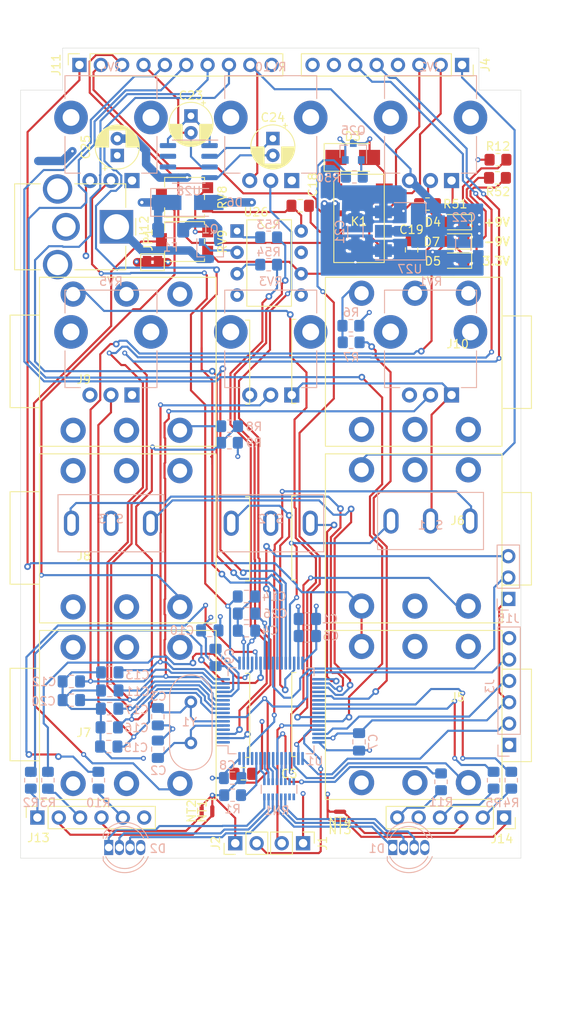
<source format=kicad_pcb>
(kicad_pcb (version 20211014) (generator pcbnew)
  (layers (0 "F.Cu" signal) (1 "In1.Cu" signal) (2 "In2.Cu" signal) (31 "B.Cu" signal) (34 "B.Paste" user) (35 "F.Paste" user) (36 "B.SilkS" user "B.Silkscreen") (37 "F.SilkS" user "F.Silkscreen") (38 "B.Mask" user) (39 "F.Mask" user) (44 "Edge.Cuts" user))
  (net 0 "")
  (net 1 "GNDD")
  (net 2 "+3V3")
  (net 3 "/NRST")
  (net 4 "/RATE")
  (net 5 "/DEPTH")
  (net 6 "/SHAPE")
  (net 7 "/OFFSET")
  (net 8 "/SUBDIV")
  (net 9 "/TRIM1")
  (net 10 "/TRIM2")
  (net 11 "Net-(C18-Pad2)")
  (net 12 "Net-(C19-Pad2)")
  (net 13 "/EXP")
  (net 14 "+9V")
  (net 15 "Net-(C24-Pad2)")
  (net 16 "Net-(C24-Pad1)")
  (net 17 "-9V")
  (net 18 "Net-(D3-Pad2)")
  (net 19 "Net-(D4-Pad2)")
  (net 20 "Net-(D5-Pad2)")
  (net 21 "/BYP")
  (net 22 "/TAP")
  (net 23 "Net-(J3-Pad6)")
  (net 24 "/SWDIO")
  (net 25 "/SWCLK")
  (net 26 "GNDA")
  (net 27 "/CH1_SW")
  (net 28 "/Audio Jacks/CH2_OUT")
  (net 29 "/Audio Jacks/CH1_OUT")
  (net 30 "/EXP_SW")
  (net 31 "/TAP_EXT")
  (net 32 "Net-(J12-Pad1)")
  (net 33 "Net-(Q25-Pad1)")
  (net 34 "Net-(R1-Pad2)")
  (net 35 "/PWM4")
  (net 36 "/PWM3")
  (net 37 "/PWM2")
  (net 38 "/PWM1")
  (net 39 "/RLY_SET")
  (net 40 "/MUTE1")
  (net 41 "Net-(R53-Pad1)")
  (net 42 "/MUTE2")
  (net 43 "Net-(R54-Pad1)")
  (net 44 "/LED2_B")
  (net 45 "/LED2_G")
  (net 46 "/LED2_R")
  (net 47 "/LED1_B")
  (net 48 "/LED1_G")
  (net 49 "/LED1_R")
  (net 50 "Net-(J5-PadR)")
  (net 51 "Net-(J5-PadRN)")
  (net 52 "Net-(J5-PadTN)")
  (net 53 "Net-(J6-PadR)")
  (net 54 "Net-(J6-PadRN)")
  (net 55 "Net-(J7-PadR)")
  (net 56 "Net-(J7-PadSN)")
  (net 57 "Net-(J7-PadRN)")
  (net 58 "Net-(J7-PadTN)")
  (net 59 "Net-(J8-PadR)")
  (net 60 "Net-(J8-PadSN)")
  (net 61 "Net-(J8-PadRN)")
  (net 62 "Net-(J8-PadTN)")
  (net 63 "Net-(J9-PadRN)")
  (net 64 "Net-(J9-PadTN)")
  (net 65 "Net-(J10-PadR)")
  (net 66 "Net-(J10-PadSN)")
  (net 67 "Net-(J10-PadRN)")
  (net 68 "Net-(J10-PadTN)")
  (net 69 "Net-(RN1-Pad10)")
  (net 70 "Net-(RN1-Pad7)")
  (net 71 "Net-(RN1-Pad9)")
  (net 72 "Net-(RN1-Pad8)")
  (net 73 "Net-(U1-Pad61)")
  (net 74 "Net-(U1-Pad38)")
  (net 75 "Net-(U1-Pad36)")
  (net 76 "/UART_RX")
  (net 77 "/UART_TX")
  (net 78 "Net-(U1-Pad4)")
  (net 79 "Net-(U1-Pad1)")
  (net 80 "Net-(U28-Pad7)")
  (net 81 "Net-(U28-Pad6)")
  (net 82 "/VOL")
  (net 83 "Net-(F1-Pad2)")
  (net 84 "Net-(J9-PadT)")
  (net 85 "Net-(J10-PadS)")
  (net 86 "Net-(J10-PadT)")
  (net 87 "/PWM_OUT_1")
  (net 88 "/PWM_OUT_2")
  (net 89 "/PWM_OUT_3")
  (net 90 "/PWM_OUT_4")
  (net 91 "/CH2_EFF")
  (net 92 "/CH2_BYP")
  (net 93 "/CH2_IN")
  (net 94 "/CH1_IN")
  (net 95 "/CH2_SW")
  (net 96 "/DIP1")
  (net 97 "/DIP2")
  (net 98 "/DIP3")
  (net 99 "/DIP4")
  (net 100 "/CH1_EFF")
  (net 101 "/CH1_BYP")
  (net 102 "/PWM_RTN_VOL_1")
  (net 103 "/PWM_OUT_VOL_1")
  (net 104 "/PWM_RTN_2")
  (net 105 "/PWM_RTN_1")
  (net 106 "/PWM_OUT_VOL_2")
  (net 107 "/PWM_RTN_VOL_2")
  (net 108 "/PWM_RTN_4")
  (net 109 "/PWM_RTN_3")
  (net 110 "/PWM_VOL_1")
  (net 111 "/PWM_VOL_2")
  (net 112 "/HARM_MODE_1")
  (net 113 "/HARM_MODE_2")
  (net 114 "/PAN_MODE_1")
  (net 115 "/PAN_MODE_2")
  (net 116 "/ENV_MODE_1")
  (net 117 "/ENV_MODE_2")
  (net 118 "Net-(D7-Pad1)")
  (net 119 "/LEDs/B1_R")
  (net 120 "/LEDs/G1_R")
  (net 121 "/LEDs/R1_R")
  (net 122 "/LEDs/B2_R")
  (net 123 "/LEDs/G2_R")
  (net 124 "/LEDs/R2_R")
  (net 125 "Net-(U1-Pad41)")
  (net 126 "/OSC1")
  (net 127 "/OSC2")
  (net 128 "/Audio Jacks/CH1_OUT_PRE")
  (net 129 "/Audio Jacks/CH2_OUT_PRE")
  (footprint "Capacitor_SMD:C_0805_2012Metric_Pad1.18x1.45mm_HandSolder" (layer "F.Cu") (at 149.733 122.047)
    (fp_text reference "C5")
    (fp_text value "100n")
  )
  (footprint "Capacitor_SMD:C_0805_2012Metric_Pad1.18x1.45mm_HandSolder" (layer "F.Cu") (at 156.5 54.5)
    (fp_text reference "C18")
    (fp_text value "470n")
  )
  (footprint "Capacitor_SMD:C_0805_2012Metric_Pad1.18x1.45mm_HandSolder" (layer "F.Cu") (at 169.75 59.75 90)
    (fp_text reference "C19")
    (fp_text value "470n")
  )
  (footprint "Capacitor_THT:CP_Radial_D5.0mm_P2.00mm" (layer "F.Cu") (at 143.51 43.815 -90)
    (fp_text reference "C23")
    (fp_text value "100uF")
  )
  (footprint "Capacitor_THT:CP_Radial_D5.0mm_P2.00mm" (layer "F.Cu") (at 153.25 46.5 -90)
    (fp_text reference "C24")
    (fp_text value "100uF")
  )
  (footprint "Capacitor_THT:CP_Radial_D5.0mm_P2.00mm" (layer "F.Cu") (at 134.747 48.514 90)
    (fp_text reference "C25")
    (fp_text value "100uF")
  )
  (footprint "Diode_SMD:D_SMA" (layer "F.Cu") (at 162.75 48.75)
    (fp_text reference "D3")
    (fp_text value "B120-E3")
  )
  (footprint "LED_SMD:LED_0805_2012Metric_Castellated" (layer "F.Cu") (at 175.006 56.4515 180)
    (fp_text reference "D4")
    (fp_text value "LED_Small")
  )
  (footprint "LED_SMD:LED_0805_2012Metric_Castellated" (layer "F.Cu") (at 175.006 61.0235 180)
    (fp_text reference "D5")
    (fp_text value "LED_Small")
  )
  (footprint "Connector_PinHeader_2.54mm:PinHeader_1x02_P2.54mm_Vertical" (layer "F.Cu") (at 156.845 130.302 -90)
    (fp_text reference "J1")
    (fp_text value "Conn_01x02_Male")
  )
  (footprint "Connector_PinHeader_2.54mm:PinHeader_1x02_P2.54mm_Vertical" (layer "F.Cu") (at 148.7805 130.302 90)
    (fp_text reference "J2")
    (fp_text value "Conn_01x02_Male")
  )
  (footprint "Pinebox:Jack_0.25in_TRS_Switched" (layer "F.Cu") (at 176.5 123.1 180)
    (fp_text reference "J5")
    (fp_text value "AudioJack3_Switch")
  )
  (footprint "Pinebox:Jack_0.25in_TRS_Switched" (layer "F.Cu") (at 129.5 86)
    (fp_text reference "J8")
    (fp_text value "AudioJack3_Switch")
  )
  (footprint "Pinebox:Jack_0.25in_TRS_Switched" (layer "F.Cu") (at 129.5 65)
    (fp_text reference "J9")
    (fp_text value "AudioJack3_Switch")
  )
  (footprint "Connector_BarrelJack:BarrelJack_CUI_PJ-063AH_Horizontal_CircularHoles" (layer "F.Cu") (at 134.65 57 -90)
    (fp_text reference "J12")
    (fp_text value "Barrel_Jack")
  )
  (footprint "Jumper:SolderJumper-2_P1.3mm_Bridged2Bar_Pad1.0x1.5mm" (layer "F.Cu") (at 138.938 61.214)
    (fp_text reference "JP1")
    (fp_text value "Jumper")
  )
  (footprint "Pinebox:Relay_DPDT_NL_TE_IM05GR" (layer "F.Cu") (at 163.5 56 -90)
    (fp_text reference "K1")
    (fp_text value "IM05")
  )
  (footprint "Resistor_SMD:R_0805_2012Metric_Pad1.20x1.40mm_HandSolder" (layer "F.Cu") (at 171.6405 54.2925)
    (fp_text reference "R51")
    (fp_text value "1k")
  )
  (footprint "Resistor_SMD:R_0805_2012Metric_Pad1.20x1.40mm_HandSolder" (layer "F.Cu") (at 179.959 51.181)
    (fp_text reference "R52")
    (fp_text value "470")
  )
  (footprint "Package_DIP:DIP-8_W7.62mm" (layer "F.Cu") (at 149 57.5)
    (fp_text reference "U26")
    (fp_text value "TLP222A-2")
  )
  (footprint "Pinebox:Jack_0.25in_TRS_Switched" (layer "F.Cu") (at 176.5 81.1 180)
    (fp_text reference "J10")
    (fp_text value "AudioJack3_Switch")
  )
  (footprint "Pinebox:Jack_0.25in_TRS_Switched" (layer "F.Cu") (at 176.5 102.1 180)
    (fp_text reference "J6")
    (fp_text value "AudioJack3_Switch")
  )
  (footprint "Connector_PinSocket_2.54mm:PinSocket_1x10_P2.54mm_Vertical" (layer "F.Cu") (at 130.25 37.75 90)
    (fp_text reference "J11")
    (fp_text value "Conn_01x10_Female")
  )
  (footprint "Potentiometer_SMD:Potentiometer_Bourns_3314G_Vertical" (layer "F.Cu") (at 142.75 53.5 -90)
    (fp_text reference "RV8")
    (fp_text value "100k")
  )
  (footprint "Potentiometer_SMD:Potentiometer_Bourns_3314G_Vertical" (layer "F.Cu") (at 142.75 58.75 -90)
    (fp_text reference "RV9")
    (fp_text value "100k")
  )
  (footprint "Connector_PinSocket_2.54mm:PinSocket_1x06_P2.54mm_Vertical" (layer "F.Cu") (at 125.25 127.25 90)
    (fp_text reference "J13")
    (fp_text value "Conn_01x06_Female")
  )
  (footprint "Connector_PinSocket_2.54mm:PinSocket_1x06_P2.54mm_Vertical" (layer "F.Cu") (at 180.75 127.25 -90)
    (fp_text reference "J14")
    (fp_text value "Conn_01x06_Female")
  )
  (footprint "NetTie:NetTie-2_SMD_Pad0.5mm" (layer "F.Cu") (at 146.05 126.492 90)
    (fp_text reference "NT1")
    (fp_text value "Net-Tie_2")
  )
  (footprint "NetTie:NetTie-2_SMD_Pad0.5mm" (layer "F.Cu") (at 144.78 126.492 90)
    (fp_text reference "NT2")
    (fp_text value "Net-Tie_2")
  )
  (footprint "NetTie:NetTie-2_SMD_Pad0.5mm" (layer "F.Cu") (at 161.2265 127.508 180)
    (fp_text reference "NT3")
    (fp_text value "Net-Tie_2")
  )
  (footprint "NetTie:NetTie-2_SMD_Pad0.5mm" (layer "F.Cu") (at 161.2265 126.5555 180)
    (fp_text reference "NT4")
    (fp_text value "Net-Tie_2")
  )
  (footprint "Pinebox:Jack_0.25in_TRS_Switched" (layer "F.Cu") (at 129.5 107)
    (fp_text reference "J7")
    (fp_text value "AudioJack3_Switch")
  )
  (footprint "LED_SMD:LED_0805_2012Metric_Castellated" (layer "F.Cu") (at 175.006 58.7375 180)
    (fp_text reference "D7")
    (fp_text value "LED_Small")
  )
  (footprint "Resistor_SMD:R_0805_2012Metric_Pad1.20x1.40mm_HandSolder" (layer "F.Cu") (at 180.0225 49.022 180)
    (fp_text reference "R12")
    (fp_text value "1k")
  )
  (footprint "Connector_PinSocket_2.54mm:PinSocket_1x08_P2.54mm_Vertical" (layer "F.Cu") (at 175.75 37.75 -90)
    (fp_text reference "J4")
    (fp_text value "Conn_01x08_Female")
  )
  (footprint "Capacitor_SMD:C_0805_2012Metric_Pad1.18x1.45mm_HandSolder" (layer "B.Cu") (at 157.353 103.632 180)
    (fp_text reference "C1")
    (fp_text value "4.7u")
  )
  (footprint "Capacitor_SMD:C_0805_2012Metric_Pad1.18x1.45mm_HandSolder" (layer "B.Cu") (at 139.573 119.126 -90)
    (fp_text reference "C2")
    (fp_text value "18p")
  )
  (footprint "Capacitor_SMD:C_0805_2012Metric_Pad1.18x1.45mm_HandSolder" (layer "B.Cu") (at 139.573 115.2525 90)
    (fp_text reference "C3")
    (fp_text value "18p")
  )
  (footprint "Capacitor_SMD:C_0805_2012Metric_Pad1.18x1.45mm_HandSolder" (layer "B.Cu") (at 150.114 105.029 180)
    (fp_text reference "C4")
    (fp_text value "100n")
  )
  (footprint "Capacitor_SMD:C_0805_2012Metric_Pad1.18x1.45mm_HandSolder" (layer "B.Cu") (at 157.353 105.664 180)
    (fp_text reference "C6")
    (fp_text value "100n")
  )
  (footprint "Capacitor_SMD:C_0805_2012Metric_Pad1.18x1.45mm_HandSolder" (layer "B.Cu") (at 163.5 118.25 90)
    (fp_text reference "C7")
    (fp_text value "100n")
  )
  (footprint "Capacitor_SMD:C_0805_2012Metric_Pad1.18x1.45mm_HandSolder" (layer "B.Cu") (at 148.463 122.555)
    (fp_text reference "C8")
    (fp_text value "100n")
  )
  (footprint "Capacitor_SMD:C_0805_2012Metric_Pad1.18x1.45mm_HandSolder" (layer "B.Cu") (at 146.431 108.204 90)
    (fp_text reference "C9")
    (fp_text value "10n")
  )
  (footprint "Capacitor_SMD:C_0805_2012Metric_Pad1.18x1.45mm_HandSolder" (layer "B.Cu") (at 145.75 105)
    (fp_text reference "C10")
    (fp_text value "1u")
  )
  (footprint "Capacitor_SMD:C_0805_2012Metric_Pad1.18x1.45mm_HandSolder" (layer "B.Cu") (at 133.858 112.141 180)
    (fp_text reference "C11")
    (fp_text value "100nF")
  )
  (footprint "Capacitor_SMD:C_0805_2012Metric_Pad1.18x1.45mm_HandSolder" (layer "B.Cu") (at 129.286 111.0615 180)
    (fp_text reference "C12")
    (fp_text value "100nF")
  )
  (footprint "Capacitor_SMD:C_0805_2012Metric_Pad1.18x1.45mm_HandSolder" (layer "B.Cu") (at 133.858 109.982 180)
    (fp_text reference "C13")
    (fp_text value "100nF")
  )
  (footprint "Capacitor_SMD:C_0805_2012Metric_Pad1.18x1.45mm_HandSolder" (layer "B.Cu") (at 150.114 100.965)
    (fp_text reference "C14")
    (fp_text value "100nF")
  )
  (footprint "Capacitor_SMD:C_0805_2012Metric_Pad1.18x1.45mm_HandSolder" (layer "B.Cu") (at 133.731 118.8085 180)
    (fp_text reference "C15")
    (fp_text value "100nF")
  )
  (footprint "Capacitor_SMD:C_1206_3216Metric_Pad1.33x1.80mm_HandSolder" (layer "B.Cu") (at 163.068 57.5945 -90)
    (fp_text reference "C21")
    (fp_text value "10u")
  )
  (footprint "Capacitor_SMD:C_1206_3216Metric_Pad1.33x1.80mm_HandSolder" (layer "B.Cu") (at 175.895 59.1185 -90)
    (fp_text reference "C22")
    (fp_text value "10u")
  )
  (footprint "LED_THT:LED_D5.0mm-4_RGB" (layer "B.Cu") (at 167.513 130.81)
    (fp_text reference "D1")
    (fp_text value "LED_RGBA")
  )
  (footprint "LED_THT:LED_D5.0mm-4_RGB" (layer "B.Cu") (at 133.731 130.81)
    (fp_text reference "D2")
    (fp_text value "LED_RGBA")
  )
  (footprint "Diode_SMD:D_SMA_Handsoldering" (layer "B.Cu") (at 143.129 54.102)
    (fp_text reference "D6")
    (fp_text value "D_Zener")
  )
  (footprint "Connector_PinHeader_2.54mm:PinHeader_1x06_P2.54mm_Vertical" (layer "B.Cu") (at 181.348 118.618)
    (fp_text reference "J3")
    (fp_text value "Conn_01x06_Male")
  )
  (footprint "Package_TO_SOT_SMD:SOT-23" (layer "B.Cu") (at 145.796 59.817 -90)
    (fp_text reference "Q1")
    (fp_text value "BSS83P")
  )
  (footprint "Package_TO_SOT_SMD:SOT-23" (layer "B.Cu") (at 162.814 48.0535 90)
    (fp_text reference "Q25")
    (fp_text value "MMBT3904")
  )
  (footprint "Resistor_SMD:R_0805_2012Metric_Pad1.20x1.40mm_HandSolder" (layer "B.Cu") (at 148.463 124.587)
    (fp_text reference "R1")
    (fp_text value "10k")
  )
  (footprint "Resistor_SMD:R_0805_2012Metric_Pad1.20x1.40mm_HandSolder" (layer "B.Cu") (at 162.941 51.054 180)
    (fp_text reference "R50")
    (fp_text value "2.2k")
  )
  (footprint "Resistor_SMD:R_0805_2012Metric_Pad1.20x1.40mm_HandSolder" (layer "B.Cu") (at 152.75 58.25)
    (fp_text reference "R53")
    (fp_text value "630")
  )
  (footprint "Resistor_SMD:R_0805_2012Metric_Pad1.20x1.40mm_HandSolder" (layer "B.Cu") (at 152.75 61.5)
    (fp_text reference "R54")
    (fp_text value "630")
  )
  (footprint "Resistor_SMD:R_Array_Convex_8x0602" (layer "B.Cu") (at 153.9875 123.8885 -90)
    (fp_text reference "RN1")
    (fp_text value "R_Pack08")
  )
  (footprint "Pinebox:Potentiometer_9MM" (layer "B.Cu") (at 174.5 77 180)
    (fp_text reference "RV1")
    (fp_text value "R_POT_TRIM")
  )
  (footprint "Pinebox:Potentiometer_9MM" (layer "B.Cu") (at 155.5 77 180)
    (fp_text reference "RV3")
    (fp_text value "R_POT_TRIM")
  )
  (footprint "Pinebox:Potentiometer_9MM" (layer "B.Cu") (at 136.5 77 180)
    (fp_text reference "RV5")
    (fp_text value "R_POT_TRIM")
  )
  (footprint "Pinebox:SW_Toggle_SPDT" (layer "B.Cu") (at 172 91.984 180)
    (fp_text reference "SW1")
    (fp_text value "SW_SPDT_MSM")
  )
  (footprint "Package_QFP:LQFP-64_10x10mm_P0.5mm" (layer "B.Cu") (at 153.035 114.554)
    (fp_text reference "U1")
    (fp_text value "STM32F303R6Tx")
  )
  (footprint "Package_TO_SOT_SMD:SOT-223-3_TabPin2" (layer "B.Cu") (at 169.545 57.531)
    (fp_text reference "U27")
    (fp_text value "NCP1117-3.3_SOT223")
  )
  (footprint "Package_SO:SOIC-8_3.9x4.9mm_P1.27mm" (layer "B.Cu") (at 143.25 49.25 180)
    (fp_text reference "U28")
    (fp_text value "TC7662Bx0A")
  )
  (footprint "Crystal:Crystal_HC49-U_Vertical" (layer "B.Cu") (at 143.5 113.5 -90)
    (fp_text reference "Y1")
    (fp_text value "8MHz")
  )
  (footprint "Pinebox:Potentiometer_9MM" (layer "B.Cu") (at 136.5 51.5 180)
    (fp_text reference "RV4")
    (fp_text value "R_POT_TRIM")
  )
  (footprint "Pinebox:Potentiometer_9MM" (layer "B.Cu") (at 174.5 51.5 180)
    (fp_text reference "RV2")
    (fp_text value "R_POT_TRIM")
  )
  (footprint "Capacitor_SMD:C_0805_2012Metric_Pad1.18x1.45mm_HandSolder" (layer "B.Cu") (at 150.114 102.997 180)
    (fp_text reference "C26")
    (fp_text value "100nF")
  )
  (footprint "Pinebox:Potentiometer_9MM" (layer "B.Cu") (at 155.5 51.5 180)
    (fp_text reference "RV10")
    (fp_text value "R_POT_TRIM")
  )
  (footprint "Capacitor_SMD:C_0805_2012Metric_Pad1.18x1.45mm_HandSolder" (layer "B.Cu") (at 133.7945 116.5225 180)
    (fp_text reference "C16")
    (fp_text value "100n")
  )
  (footprint "Fuse:Fuse_1206_3216Metric_Pad1.42x1.75mm_HandSolder" (layer "B.Cu") (at 141.097 57.404)
    (fp_text reference "F1")
    (fp_text value "Polyfuse")
  )
  (footprint "Resistor_SMD:R_0805_2012Metric_Pad1.20x1.40mm_HandSolder" (layer "B.Cu") (at 124.468 122.809 -90)
    (fp_text reference "R2")
    (fp_text value "330")
  )
  (footprint "Resistor_SMD:R_0805_2012Metric_Pad1.20x1.40mm_HandSolder" (layer "B.Cu") (at 126.5 122.809 -90)
    (fp_text reference "R3")
    (fp_text value "330")
  )
  (footprint "Resistor_SMD:R_0805_2012Metric_Pad1.20x1.40mm_HandSolder" (layer "B.Cu") (at 181.602 122.809 -90)
    (fp_text reference "R4")
    (fp_text value "330")
  )
  (footprint "Resistor_SMD:R_0805_2012Metric_Pad1.20x1.40mm_HandSolder" (layer "B.Cu") (at 179.5 122.809 -90)
    (fp_text reference "R5")
    (fp_text value "330")
  )
  (footprint "Resistor_SMD:R_0805_2012Metric_Pad1.20x1.40mm_HandSolder" (layer "B.Cu") (at 162.53 68.766)
    (fp_text reference "R6")
    (fp_text value "1k")
  )
  (footprint "Resistor_SMD:R_0805_2012Metric_Pad1.20x1.40mm_HandSolder" (layer "B.Cu") (at 162.56 70.739)
    (fp_text reference "R7")
    (fp_text value "1k")
  )
  (footprint "Resistor_SMD:R_0805_2012Metric_Pad1.20x1.40mm_HandSolder" (layer "B.Cu") (at 148.103 80.713)
    (fp_text reference "R8")
    (fp_text value "10k")
  )
  (footprint "Resistor_SMD:R_0805_2012Metric_Pad1.20x1.40mm_HandSolder" (layer "B.Cu") (at 148.082 82.677)
    (fp_text reference "R9")
    (fp_text value "19.1k")
  )
  (footprint "Capacitor_SMD:C_0805_2012Metric_Pad1.18x1.45mm_HandSolder" (layer "B.Cu") (at 133.8365 114.3 180)
    (fp_text reference "C17")
    (fp_text value "100n")
  )
  (footprint "Capacitor_SMD:C_0805_2012Metric_Pad1.18x1.45mm_HandSolder" (layer "B.Cu") (at 129.286 113.284 180)
    (fp_text reference "C20")
    (fp_text value "100n")
  )
  (footprint "Resistor_SMD:R_0805_2012Metric_Pad1.20x1.40mm_HandSolder" (layer "B.Cu") (at 132.5 122.809 -90)
    (fp_text reference "R10")
    (fp_text value "330")
  )
  (footprint "Resistor_SMD:R_0805_2012Metric_Pad1.20x1.40mm_HandSolder" (layer "B.Cu") (at 173.25 123 -90)
    (fp_text reference "R11")
    (fp_text value "330")
  )
  (footprint "Pinebox:SW_Toggle_SPDT" (layer "B.Cu") (at 153 92.25)
    (fp_text reference "SW2")
    (fp_text value "SW_SPDT_MSM")
  )
  (footprint "Pinebox:SW_Toggle_SPDT" (layer "B.Cu") (at 134 92.25)
    (fp_text reference "SW3")
    (fp_text value "SW_SPDT_MSM")
  )
  (footprint "Connector_PinHeader_2.54mm:PinHeader_1x03_P2.54mm_Vertical" (layer "B.Cu") (at 181.25 101.25)
    (fp_text reference "J15")
    (fp_text value "Conn_01x03_Male")
  )
  (gr_line (start 182.75 40.75) (end 182.75 132.08) (layer "Edge.Cuts") (width 0.05))
  (gr_line (start 128.25 35.75) (end 177.75 35.75) (layer "Edge.Cuts") (width 0.05))
  (gr_line (start 123.25 40.75) (end 128.25 40.75) (layer "Edge.Cuts") (width 0.05))
  (gr_line (start 128.25 40.75) (end 128.25 35.75) (layer "Edge.Cuts") (width 0.05))
  (gr_line (start 123.25 132.08) (end 123.25 40.75) (layer "Edge.Cuts") (width 0.05))
  (gr_line (start 177.75 40.75) (end 182.75 40.75) (layer "Edge.Cuts") (width 0.05))
  (gr_line (start 182.75 132.08) (end 123.25 132.08) (layer "Edge.Cuts") (width 0.05))
  (gr_line (start 177.75 35.75) (end 177.75 40.75) (layer "Edge.Cuts") (width 0.05))
  (gr_text "+9V" (at 179.8955 56.4515) (layer "F.SilkS") (effects (font (size 1 1) (thickness 0.2))))
  (gr_text "-9V" (at 179.8955 58.76925) (layer "F.SilkS") (effects (font (size 1 1) (thickness 0.2))))
  (gr_text "3.3V" (at 179.800262 61.087) (layer "F.SilkS") (effects (font (size 1 1) (thickness 0.2))))
  (segment (start 156.845 124.3965) (end 156.845 124.3965) (width 0.25) (layer "F.Cu") (net 1))
  (segment (start 159.766 124.46) (end 159.766 124.46) (width 0.25) (layer "F.Cu") (net 1))
  (segment (start 146.05 124.587004) (end 146.050004 124.587) (width 0.25) (layer "F.Cu") (net 1))
  (segment (start 159.766 126.3015) (end 159.766 124.46) (width 0.25) (layer "F.Cu") (net 1))
  (segment (start 159.9565 127.508) (end 159.766 127.3175) (width 0.25) (layer "F.Cu") (net 1))
  (segment (start 160.7265 127.508) (end 159.9565 127.508) (width 0.25) (layer "F.Cu") (net 1))
  (segment (start 174.625 55.108) (end 175.9685 56.4515) (width 0.25) (layer "F.Cu") (net 1))
  (segment (start 174.0435 58.7375) (end 174.0435 58.3765) (width 0.25) (layer "F.Cu") (net 1))
  (segment (start 151.959824 121.445176) (end 151.959824 115.828324) (width 0.25) (layer "F.Cu") (net 1))
  (segment (start 144.78 125.857004) (end 146.050004 124.587) (width 0.25) (layer "F.Cu") (net 1))
  (segment (start 142 45.43637) (end 142 41.88) (width 0.25) (layer "F.Cu") (net 1))
  (segment (start 146.05 125.992) (end 146.05 124.587004) (width 0.25) (layer "F.Cu") (net 1))
  (segment (start 151.9555 115.824) (end 151.959824 115.828324) (width 0.25) (layer "F.Cu") (net 1))
  (segment (start 150.7705 122.047) (end 151.358 122.047) (width 0.25) (layer "F.Cu") (net 1))
  (segment (start 174.34281 58.7375) (end 175.9685 60.36319) (width 0.25) (layer "F.Cu") (net 1))
  (segment (start 143.51 45.815) (end 142.37863 45.815) (width 0.25) (layer "F.Cu") (net 1))
  (segment (start 174.625 51.5) (end 174.625 55.108) (width 0.25) (layer "F.Cu") (net 1))
  (segment (start 156.845 124.396502) (end 156.845002 124.3965) (width 0.25) (layer "F.Cu") (net 1))
  (segment (start 180.172999 112.362999) (end 181.348 113.538) (width 0.25) (layer "F.Cu") (net 1))
  (segment (start 142 41.88) (end 137.87 37.75) (width 0.25) (layer "F.Cu") (net 1))
  (segment (start 160.7265 126.5555) (end 160.02 126.5555) (width 0.25) (layer "F.Cu") (net 1))
  (segment (start 180.172999 102.327001) (end 180.172999 112.362999) (width 0.25) (layer "F.Cu") (net 1))
  (segment (start 151.358 122.047) (end 151.959824 121.445176) (width 0.25) (layer "F.Cu") (net 1))
  (segment (start 144.78 125.992) (end 144.78 125.857004) (width 0.25) (layer "F.Cu") (net 1))
  (segment (start 156.845 130.7465) (end 156.845 124.396502) (width 0.25) (layer "F.Cu") (net 1))
  (segment (start 174.0435 58.7375) (end 172.781 60) (width 0.25) (layer "F.Cu") (net 1))
  (segment (start 137.12024 61.214) (end 137.10837 61.22587) (width 1) (layer "F.Cu") (net 1))
  (segment (start 172.125 91.984) (end 172.125 79.351) (width 0.25) (layer "F.Cu") (net 1))
  (segment (start 172.125 79.351) (end 174.625 76.851) (width 0.25) (layer "F.Cu") (net 1))
  (segment (start 129.397 48.022) (end 129.413 48.006) (width 0.25) (layer "F.Cu") (net 1))
  (segment (start 142.37863 45.815) (end 142 45.43637) (width 0.25) (layer "F.Cu") (net 1))
  (segment (start 175.9685 56.4515) (end 175.9685 56.124) (width 0.25) (layer "F.Cu") (net 1))
  (segment (start 159.766 127.3175) (end 159.766 124.46) (width 0.25) (layer "F.Cu") (net 1))
  (segment (start 174.0435 58.3765) (end 175.9685 56.4515) (width 0.25) (layer "F.Cu") (net 1))
  (segment (start 148.7805 130.7465) (end 148.7805 127.317496) (width 0.25) (layer "F.Cu") (net 1))
  (segment (start 172.781 60) (end 172.25 60) (width 0.25) (layer "F.Cu") (net 1))
  (segment (start 175.9685 60.36319) (end 175.9685 61.0235) (width 0.25) (layer "F.Cu") (net 1))
  (segment (start 148.7805 127.317496) (end 146.050004 124.587) (width 0.25) (layer "F.Cu") (net 1))
  (segment (start 160.02 126.5555) (end 159.766 126.3015) (width 0.25) (layer "F.Cu") (net 1))
  (segment (start 174.0435 58.7375) (end 174.34281 58.7375) (width 0.25) (layer "F.Cu") (net 1))
  (segment (start 138.288 61.214) (end 137.12024 61.214) (width 1) (layer "F.Cu") (net 1))
  (segment (start 181.25 101.25) (end 180.172999 102.327001) (width 0.25) (layer "F.Cu") (net 1))
  (via (at 151.959824 115.828324) (size 0.6) (drill 0.3) (layers "F.Cu" "B.Cu") (net 1))
  (via (at 147 103.35311) (size 0.6) (drill 0.3) (layers "F.Cu" "B.Cu") (net 1))
  (via (at 159.766 124.46) (size 0.6) (drill 0.3) (layers "F.Cu" "B.Cu") (net 1))
  (via (at 137.033 61.1505) (size 0.6) (drill 0.3) (layers "F.Cu" "B.Cu") (net 1))
  (via (at 149.082 84.312) (size 0.6) (drill 0.3) (layers "F.Cu" "B.Cu") (net 1))
  (via (at 129.413 48.006) (size 0.6) (drill 0.3) (layers "F.Cu" "B.Cu") (net 1))
  (via (at 137.8585 120.2055) (size 0.6) (drill 0.3) (layers "F.Cu" "B.Cu") (net 1))
  (via (at 150.749 54.102) (size 0.8) (drill 0.4) (layers "F.Cu" "B.Cu") (net 1))
  (via (at 163.068 61.214) (size 0.6) (drill 0.3) (layers "F.Cu" "B.Cu") (net 1))
  (via (at 160.401 117.7925) (size 0.6) (drill 0.3) (layers "F.Cu" "B.Cu") (net 1))
  (via (at 156.845002 124.3965) (size 0.6) (drill 0.3) (layers "F.Cu" "B.Cu") (net 1))
  (via (at 141.351 116.713) (size 0.6) (drill 0.3) (layers "F.Cu" "B.Cu") (net 1))
  (via (at 172.25 60) (size 0.6) (drill 0.3) (layers "F.Cu" "B.Cu") (net 1))
  (via (at 159.385 54.229) (size 0.8) (drill 0.4) (layers "F.Cu" "B.Cu") (net 1))
  (via (at 160.655 54.229) (size 0.8) (drill 0.4) (layers "F.Cu" "B.Cu") (net 1))
  (via (at 156.263389 102.144807) (size 0.6) (drill 0.3) (layers "F.Cu" "B.Cu") (net 1))
  (via (at 149.775382 106.367171) (size 0.6) (drill 0.3) (layers "F.Cu" "B.Cu") (net 1))
  (via (at 146.050004 124.587) (size 0.6) (drill 0.3) (layers "F.Cu" "B.Cu") (net 1))
  (via (at 161.2265 46.5455) (size 0.6) (drill 0.3) (layers "F.Cu" "B.Cu") (net 1))
  (segment (start 149.082 84.312) (end 149.082 84.312) (width 0.25) (layer "B.Cu") (net 1))
  (segment (start 163.068 61.214) (end 163.068 61.214) (width 1) (layer "B.Cu") (net 1))
  (segment (start 161.2265 46.5455) (end 161.2265 46.5455) (width 0.25) (layer "B.Cu") (net 1))
  (segment (start 129.328 109.982) (end 128.2485 111.0615) (width 0.25) (layer "B.Cu") (net 1))
  (segment (start 132.799 114.3) (end 132.799 116.4805) (width 0.25) (layer "B.Cu") (net 1))
  (segment (start 156.3155 102.196918) (end 156.263389 102.144807) (width 0.25) (layer "B.Cu") (net 1))
  (segment (start 156.3155 105.664) (end 156.3155 102.196918) (width 0.25) (layer "B.Cu") (net 1))
  (segment (start 160.9435 117.25) (end 163.5 117.25) (width 0.25) (layer "B.Cu") (net 1))
  (segment (start 163.59 59.831) (end 166.395 59.831) (width 1) (layer "B.Cu") (net 1))
  (segment (start 145.846 59.817) (end 148.777 59.817) (width 0.25) (layer "B.Cu") (net 1))
  (segment (start 125.349 49.1725) (end 128.2465 49.1725) (width 1) (layer "B.Cu") (net 1))
  (segment (start 144.75 49.885) (end 145.725 49.885) (width 0.25) (layer "B.Cu") (net 1))
  (segment (start 174.625 76.851) (end 173.399999 75.625999) (width 0.25) (layer "B.Cu") (net 1))
  (segment (start 132.8205 112.141) (end 129.3915 112.141) (width 0.25) (layer "B.Cu") (net 1))
  (segment (start 163.5 117.25) (end 165.058509 115.691491) (width 0.25) (layer "B.Cu") (net 1))
  (segment (start 149.0765 102.997) (end 149.0765 105.029) (width 0.25) (layer "B.Cu") (net 1))
  (segment (start 149.775382 105.727882) (end 149.775382 106.367171) (width 0.25) (layer "B.Cu") (net 1))
  (segment (start 158.71 117.804) (end 160.3895 117.804) (width 0.25) (layer "B.Cu") (net 1))
  (segment (start 147.463 124.587) (end 147.4685 124.587) (width 0.25) (layer "B.Cu") (net 1))
  (segment (start 156.800001 75.625999) (end 155.448 76.978) (width 0.25) (layer "B.Cu") (net 1))
  (segment (start 149.785 108.879) (end 149.785 106.376789) (width 0.25) (layer "B.Cu") (net 1))
  (segment (start 132.8205 109.982) (end 129.328 109.982) (width 0.25) (layer "B.Cu") (net 1))
  (segment (start 146.431 107.365702) (end 149.167011 110.101713) (width 0.25) (layer "B.Cu") (net 1))
  (segment (start 149.5005 122.555) (end 147.4685 124.587) (width 0.25) (layer "B.Cu") (net 1))
  (segment (start 143.51 48.645) (end 144.75 49.885) (width 0.25) (layer "B.Cu") (net 1))
  (segment (start 132.76499 114.33401) (end 129.29851 114.33401) (width 0.25) (layer "B.Cu") (net 1))
  (segment (start 156.285 102.166418) (end 156.263389 102.144807) (width 0.25) (layer "B.Cu") (net 1))
  (segment (start 140.166 117.898) (end 139.573 117.898) (width 0.25) (layer "B.Cu") (net 1))
  (segment (start 140.928 116.29) (end 141.351 116.713) (width 0.25) (layer "B.Cu") (net 1))
  (segment (start 149.785 106.376789) (end 149.775382 106.367171) (width 0.25) (layer "B.Cu") (net 1))
  (segment (start 151.1515 100.965) (end 151.1085 100.965) (width 0.25) (layer "B.Cu") (net 1))
  (segment (start 132.799 116.4805) (end 132.757 116.5225) (width 0.25) (layer "B.Cu") (net 1))
  (segment (start 163.068 59.309) (end 163.59 59.831) (width 1) (layer "B.Cu") (net 1))
  (segment (start 128.2485 113.284) (end 128.2485 111.0615) (width 0.25) (layer "B.Cu") (net 1))
  (segment (start 160.401 117.7925) (end 160.9435 117.25) (width 0.25) (layer "B.Cu") (net 1))
  (segment (start 146.431 107.1665) (end 146.431 107.365702) (width 0.25) (layer "B.Cu") (net 1))
  (segment (start 149.167011 110.101713) (end 149.167011 111.974102) (width 0.25) (layer "B.Cu") (net 1))
  (segment (start 132.799 114.3) (end 132.76499 114.33401) (width 0.25) (layer "B.Cu") (net 1))
  (segment (start 149.785 122.2705) (end 149.785 120.229) (width 0.25) (layer "B.Cu") (net 1))
  (segment (start 151.1085 100.965) (end 149.0765 102.997) (width 0.25) (layer "B.Cu") (net 1))
  (segment (start 161.864 47.183) (end 161.2265 46.5455) (width 0.25) (layer "B.Cu") (net 1))
  (segment (start 143.51 45.815) (end 143.51 48.645) (width 0.25) (layer "B.Cu") (net 1))
  (segment (start 163.068 59.157) (end 163.068 59.309) (width 1) (layer "B.Cu") (net 1))
  (segment (start 160.3895 117.804) (end 160.401 117.7925) (width 0.25) (layer "B.Cu") (net 1))
  (segment (start 156.3155 103.759) (end 156.3155 105.664) (width 0.25) (layer "B.Cu") (net 1))
  (segment (start 161.864 49.0535) (end 161.864 47.183) (width 0.25) (layer "B.Cu") (net 1))
  (segment (start 132.757 118.745) (end 132.6935 118.8085) (width 0.25) (layer "B.Cu") (net 1))
  (segment (start 149.5005 122.555) (end 149.785 122.2705) (width 0.25) (layer "B.Cu") (net 1))
  (segment (start 145.629 54.102) (end 150.749 54.102) (width 1) (layer "B.Cu") (net 1))
  (segment (start 149.082 82.677) (end 149.082 84.312) (width 0.25) (layer "B.Cu") (net 1))
  (segment (start 132.6935 118.8085) (end 134.0905 120.2055) (width 0.25) (layer "B.Cu") (net 1))
  (segment (start 144.846 58.817) (end 145.846 59.817) (width 0.25) (layer "B.Cu") (net 1))
  (segment (start 146.431 105.069) (end 147 104.5) (width 0.25) (layer "B.Cu") (net 1))
  (segment (start 149.167011 111.974102) (end 148.337112 112.804) (width 0.25) (layer "B.Cu") (net 1))
  (segment (start 165.058509 115.691491) (end 178.694509 115.691491) (width 0.25) (layer "B.Cu") (net 1))
  (segment (start 156.285 108.879) (end 156.285 102.166418) (width 0.25) (layer "B.Cu") (net 1))
  (segment (start 132.757 116.5225) (end 132.757 118.745) (width 0.25) (layer "B.Cu") (net 1))
  (segment (start 163.068 59.157) (end 163.068 61.214) (width 1) (layer "B.Cu") (net 1))
  (segment (start 149.0765 105.029) (end 149.775382 105.727882) (width 0.25) (layer "B.Cu") (net 1))
  (segment (start 128.2465 49.1725) (end 129.413 48.006) (width 1) (layer "B.Cu") (net 1))
  (segment (start 139.573 116.29) (end 140.928 116.29) (width 0.25) (layer "B.Cu") (net 1))
  (segment (start 148.337112 112.804) (end 147.36 112.804) (width 0.25) (layer "B.Cu") (net 1))
  (segment (start 146.431 107.1665) (end 146.431 105.069) (width 0.25) (layer "B.Cu") (net 1))
  (segment (start 147.4685 124.587) (end 146.050004 124.587) (width 0.25) (layer "B.Cu") (net 1))
  (segment (start 141.351 116.713) (end 140.166 117.898) (width 0.25) (layer "B.Cu") (net 1))
  (segment (start 129.29851 114.33401) (end 128.2485 113.284) (width 0.25) (layer "B.Cu") (net 1))
  (segment (start 129.3915 112.141) (end 128.2485 113.284) (width 0.25) (layer "B.Cu") (net 1))
  (segment (start 148.777 59.817) (end 149 60.04) (width 0.25) (layer "B.Cu") (net 1))
  (segment (start 173.399999 75.625999) (end 156.800001 75.625999) (width 0.25) (layer "B.Cu") (net 1))
  (segment (start 178.694509 115.691491) (end 180.848 113.538) (width 0.25) (layer "B.Cu") (net 1))
  (segment (start 147 104.5) (end 147 103.35311) (width 0.25) (layer "B.Cu") (net 1))
  (segment (start 134.0905 120.2055) (end 137.8585 120.2055) (width 0.25) (layer "B.Cu") (net 1))
  (segment (start 177.8 55.023807) (end 177.8 55.626) (width 0.25) (layer "F.Cu") (net 2))
  (segment (start 177.684117 51.181) (end 176.307056 52.558061) (width 0.25) (layer "F.Cu") (net 2))
  (segment (start 151.399999 38.579999) (end 150.57 37.75) (width 0.25) (layer "F.Cu") (net 2))
  (segment (start 178.959 51.181) (end 177.684117 51.181) (width 0.25) (layer "F.Cu") (net 2))
  (segment (start 150.5 51.5) (end 151.399999 50.600001) (width 0.25) (layer "F.Cu") (net 2))
  (segment (start 151.399999 50.600001) (end 151.399999 38.579999) (width 0.25) (layer "F.Cu") (net 2))
  (segment (start 131.398 51.5) (end 131.02499 51.87301) (width 0.25) (layer "F.Cu") (net 2))
  (segment (start 176.307056 52.558061) (end 176.307056 53.530863) (width 0.25) (layer "F.Cu") (net 2))
  (segment (start 176.307056 53.530863) (end 177.8 55.023807) (width 0.25) (layer "F.Cu") (net 2))
  (segment (start 131.02499 51.87301) (end 131.02499 60.452) (width 0.25) (layer "F.Cu") (net 2))
  (via (at 164.719 67.183) (size 0.6) (drill 0.3) (layers "F.Cu" "B.Cu") (net 2))
  (via (at 145.87501 103.43908) (size 0.6) (drill 0.3) (layers "F.Cu" "B.Cu") (net 2))
  (via (at 164.75 119.25) (size 0.6) (drill 0.3) (layers "F.Cu" "B.Cu") (net 2))
  (via (at 131.02499 60.452) (size 0.8) (drill 0.4) (layers "F.Cu" "B.Cu") (net 2))
  (via (at 150.758827 106.255184) (size 0.6) (drill 0.3) (layers "F.Cu" "B.Cu") (net 2))
  (via (at 146.05 122.555) (size 0.6) (drill 0.3) (layers "F.Cu" "B.Cu") (net 2))
  (via (at 177.8 57.785) (size 0.6) (drill 0.3) (layers "F.Cu" "B.Cu") (net 2))
  (via (at 158.413422 102.108) (size 0.6) (drill 0.3) (layers "F.Cu" "B.Cu") (net 2))
  (via (at 177.8 55.626) (size 0.6) (drill 0.3) (layers "F.Cu" "B.Cu") (net 2))
  (via (at 177.8 56.7055) (size 0.6) (drill 0.3) (layers "F.Cu" "B.Cu") (net 2))
  (segment (start 158.3905 103.759) (end 158.3905 105.664) (width 0.25) (layer "B.Cu") (net 2))
  (segment (start 169.625 50.118) (end 169.625 51.5) (width 0.25) (layer "B.Cu") (net 2))
  (segment (start 156.785 108.879) (end 158.413422 107.250578) (width 0.25) (layer "B.Cu") (net 2))
  (segment (start 159.656 119.25) (end 164.75 119.25) (width 0.25) (layer "B.Cu") (net 2))
  (segment (start 148.53027 110.200722) (end 148.53027 111.974431) (width 0.25) (layer "B.Cu") (net 2))
  (segment (start 149.285 120.229) (end 146.959 122.555) (width 0.25) (layer "B.Cu") (net 2))
  (segment (start 147.4255 122.555) (end 146.05 122.555) (width 0.25) (layer "B.Cu") (net 2))
  (segment (start 145.288 105.9395) (end 145.288 107.972033) (width 0.25) (layer "B.Cu") (net 2))
  (segment (start 159.89 40.64) (end 160.147 40.64) (width 0.25) (layer "B.Cu") (net 2))
  (segment (start 146.959 122.555) (end 146.05 122.555) (width 0.25) (layer "B.Cu") (net 2))
  (segment (start 158.71 118.304) (end 159.656 119.25) (width 0.25) (layer "B.Cu") (net 2))
  (segment (start 146.431 109.2415) (end 147.571048 109.2415) (width 0.25) (layer "B.Cu") (net 2))
  (segment (start 153.46 40.64) (end 159.89 40.64) (width 0.25) (layer "B.Cu") (net 2))
  (segment (start 150.285 108.879) (end 150.285 106.729011) (width 0.25) (layer "B.Cu") (net 2))
  (segment (start 150.285 106.729011) (end 150.758827 106.255184) (width 0.25) (layer "B.Cu") (net 2))
  (segment (start 151.1515 105.862511) (end 150.758827 106.255184) (width 0.25) (layer "B.Cu") (net 2))
  (segment (start 160.147 40.64) (end 169.625 50.118) (width 0.25) (layer "B.Cu") (net 2))
  (segment (start 144.3775 105.029) (end 145.288 105.9395) (width 0.25) (layer "B.Cu") (net 2))
  (segment (start 172.72 54.595) (end 172.72 57.506) (width 1) (layer "B.Cu") (net 2))
  (segment (start 172.72 57.506) (end 172.695 57.531) (width 1) (layer "B.Cu") (net 2))
  (segment (start 150.57 37.75) (end 153.46 40.64) (width 0.25) (layer "B.Cu") (net 2))
  (segment (start 158.3905 102.130922) (end 158.413422 102.108) (width 0.25) (layer "B.Cu") (net 2))
  (segment (start 158.3905 105.664) (end 158.3905 102.130922) (width 0.25) (layer "B.Cu") (net 2))
  (segment (start 144.3775 105.029) (end 145.87501 103.53149) (width 0.25) (layer "B.Cu") (net 2))
  (segment (start 145.87501 103.53149) (end 145.87501 103.43908) (width 0.25) (layer "B.Cu") (net 2))
  (segment (start 169.625 51.5) (end 172.72 54.595) (width 1) (layer "B.Cu") (net 2))
  (segment (start 163.53 68.372) (end 164.719 67.183) (width 0.25) (layer "B.Cu") (net 2))
  (segment (start 146.431 109.115033) (end 146.431 109.2415) (width 0.25) (layer "B.Cu") (net 2))
  (segment (start 145.288 107.972033) (end 146.431 109.115033) (width 0.25) (layer "B.Cu") (net 2))
  (segment (start 158.413422 107.250578) (end 158.413422 102.108) (width 0.25) (layer "B.Cu") (net 2))
  (segment (start 147.571048 109.2415) (end 148.53027 110.200722) (width 0.25) (layer "B.Cu") (net 2))
  (segment (start 148.200701 112.304) (end 147.36 112.304) (width 0.25) (layer "B.Cu") (net 2))
  (segment (start 151.1515 105.029) (end 151.1515 105.862511) (width 0.25) (layer "B.Cu") (net 2))
  (segment (start 163.53 68.766) (end 163.53 68.372) (width 0.25) (layer "B.Cu") (net 2))
  (segment (start 148.53027 111.974431) (end 148.200701 112.304) (width 0.25) (layer "B.Cu") (net 2))
  (segment (start 152.636499 121.806691) (end 152.636499 113.456999) (width 0.25) (layer "F.Cu") (net 3))
  (segment (start 152.636499 113.456999) (end 152.273 113.0935) (width 0.25) (layer "F.Cu") (net 3))
  (segment (start 151.34618 123.09701) (end 152.636499 121.806691) (width 0.25) (layer "F.Cu") (net 3))
  (segment (start 149.74551 123.09701) (end 151.34618 123.09701) (width 0.25) (layer "F.Cu") (net 3))
  (segment (start 148.6955 122.047) (end 149.74551 123.09701) (width 0.25) (layer "F.Cu") (net 3))
  (via (at 152.273 113.0935) (size 0.6) (drill 0.3) (layers "F.Cu" "B.Cu") (net 3))
  (segment (start 157.353 110.49) (end 157.861 109.982) (width 0.25) (layer "B.Cu") (net 3))
  (segment (start 179.324 109.982) (end 180.848 108.458) (width 0.25) (layer "B.Cu") (net 3))
  (segment (start 156.21 114.046) (end 157.353 112.903) (width 0.25) (layer "B.Cu") (net 3))
  (segment (start 147.36 115.304) (end 150.0625 115.304) (width 0.25) (layer "B.Cu") (net 3))
  (segment (start 152.273 113.0935) (end 153.2255 114.046) (width 0.25) (layer "B.Cu") (net 3))
  (segment (start 153.2255 114.046) (end 156.21 114.046) (width 0.25) (layer "B.Cu") (net 3))
  (segment (start 157.861 109.982) (end 179.324 109.982) (width 0.25) (layer "B.Cu") (net 3))
  (segment (start 157.353 112.903) (end 157.353 110.49) (width 0.25) (layer "B.Cu") (net 3))
  (segment (start 150.0625 115.304) (end 152.273 113.0935) (width 0.25) (layer "B.Cu") (net 3))
  (segment (start 140.450011 101.248987) (end 140.450011 86.951013) (width 0.25) (layer "F.Cu") (net 4))
  (segment (start 140.87501 79.823988) (end 140.87501 78.940193) (width 0.25) (layer "F.Cu") (net 4))
  (segment (start 140.450011 103.151013) (end 140.374999 103.076001) (width 0.25) (layer "F.Cu") (net 4))
  (segment (start 140.374999 80.323999) (end 140.87501 79.823988) (width 0.25) (layer "F.Cu") (net 4))
  (segment (start 140.374999 101.323999) (end 140.450011 101.248987) (width 0.25) (layer "F.Cu") (net 4))
  (segment (start 140.374999 107.876001) (end 140.374999 106.123999) (width 0.25) (layer "F.Cu") (net 4))
  (segment (start 140.450011 85.048987) (end 140.450011 82.151013) (width 0.25) (layer "F.Cu") (net 4))
  (segment (start 140.450011 106.048987) (end 140.450011 103.151013) (width 0.25) (layer "F.Cu") (net 4))
  (segment (start 140.374999 85.123999) (end 140.450011 85.048987) (width 0.25) (layer "F.Cu") (net 4))
  (segment (start 140.374999 82.076001) (end 140.374999 80.323999) (width 0.25) (layer "F.Cu") (net 4))
  (segment (start 140.374999 86.876001) (end 140.374999 85.123999) (width 0.25) (layer "F.Cu") (net 4))
  (segment (start 140.374999 103.076001) (end 140.374999 101.323999) (width 0.25) (layer "F.Cu") (net 4))
  (segment (start 140.450011 86.951013) (end 140.374999 86.876001) (width 0.25) (layer "F.Cu") (net 4))
  (segment (start 140.450011 82.151013) (end 140.374999 82.076001) (width 0.25) (layer "F.Cu") (net 4))
  (segment (start 140.5255 110.449956) (end 140.5255 108.026502) (width 0.25) (layer "F.Cu") (net 4))
  (segment (start 140.5255 108.026502) (end 140.374999 107.876001) (width 0.25) (layer "F.Cu") (net 4))
  (segment (start 140.374999 106.123999) (end 140.450011 106.048987) (width 0.25) (layer "F.Cu") (net 4))
  (via (at 140.87501 78.940193) (size 0.6) (drill 0.3) (layers "F.Cu" "B.Cu") (net 4))
  (via (at 140.5255 110.449956) (size 0.6) (drill 0.3) (layers "F.Cu" "B.Cu") (net 4))
  (segment (start 144.779103 110.546957) (end 140.622501 110.546957) (width 0.25) (layer "B.Cu") (net 4))
  (segment (start 137.475667 112.141) (end 139.126667 110.49) (width 0.25) (layer "B.Cu") (net 4))
  (segment (start 147.36 111.804) (end 146.036146 111.804) (width 0.25) (layer "B.Cu") (net 4))
  (segment (start 141.299274 78.940193) (end 140.87501 78.940193) (width 0.25) (layer "B.Cu") (net 4))
  (segment (start 139.126667 110.49) (end 140.485456 110.49) (width 0.25) (layer "B.Cu") (net 4))
  (segment (start 140.622501 110.546957) (end 140.5255 110.449956) (width 0.25) (layer "B.Cu") (net 4))
  (segment (start 172.125 76.851) (end 170.035807 78.940193) (width 0.25) (layer "B.Cu") (net 4))
  (segment (start 140.485456 110.49) (end 140.5255 110.449956) (width 0.25) (layer "B.Cu") (net 4))
  (segment (start 170.035807 78.940193) (end 141.299274 78.940193) (width 0.25) (layer "B.Cu") (net 4))
  (segment (start 146.036146 111.804) (end 144.779103 110.546957) (width 0.25) (layer "B.Cu") (net 4))
  (segment (start 134.8955 112.141) (end 137.475667 112.141) (width 0.25) (layer "B.Cu") (net 4))
  (segment (start 172.125 51.5) (end 171.71549 51.90951) (width 0.25) (layer "F.Cu") (net 5))
  (segment (start 131.572 78.741002) (end 132.725001 77.588001) (width 0.25) (layer "F.Cu") (net 5))
  (segment (start 171.71549 51.90951) (end 171.71549 54.98068) (width 0.25) (layer "F.Cu") (net 5))
  (segment (start 172.25 59.074996) (end 171.624998 59.699998) (width 0.25) (layer "F.Cu") (net 5))
  (segment (start 171.299989 71.391991) (end 170.89999 71.79199) (width 0.25) (layer "F.Cu") (net 5))
  (segment (start 171.624998 61.200502) (end 172.124998 61.700502) (width 0.25) (layer "F.Cu") (net 5))
  (segment (start 171.71549 54.98068) (end 172.25 55.51519) (width 0.25) (layer "F.Cu") (net 5))
  (segment (start 172.124998 61.700502) (end 172.124998 70.566982) (width 0.25) (layer "F.Cu") (net 5))
  (segment (start 133.933292 70.945206) (end 134.62247 70.945206) (width 0.25) (layer "F.Cu") (net 5))
  (segment (start 171.624998 59.699998) (end 171.624998 61.200502) (width 0.25) (layer "F.Cu") (net 5))
  (segment (start 132.725001 77.588001) (end 132.725001 72.153497) (width 0.25) (layer "F.Cu") (net 5))
  (segment (start 131.572 111.02975) (end 131.572 78.741002) (width 0.25) (layer "F.Cu") (net 5))
  (segment (start 132.725001 72.153497) (end 133.933292 70.945206) (width 0.25) (layer "F.Cu") (net 5))
  (segment (start 172.124998 70.566982) (end 171.299989 71.391991) (width 0.25) (layer "F.Cu") (net 5))
  (segment (start 172.25 55.51519) (end 172.25 59.074996) (width 0.25) (layer "F.Cu") (net 5))
  (via (at 170.89999 71.79199) (size 0.8) (drill 0.4) (layers "F.Cu" "B.Cu") (net 5))
  (via (at 131.572 111.02975) (size 0.6) (drill 0.3) (layers "F.Cu" "B.Cu") (net 5))
  (via (at 134.62247 70.945206) (size 0.8) (drill 0.4) (layers "F.Cu" "B.Cu") (net 5))
  (segment (start 140.825501 109.674497) (end 139.305759 109.674497) (width 0.25) (layer "B.Cu") (net 5))
  (segment (start 165.067767 72.066989) (end 165.101048 72.10027) (width 0.25) (layer "B.Cu") (net 5))
  (segment (start 134.62247 70.945206) (end 135.022469 70.545207) (width 0.25) (layer "B.Cu") (net 5))
  (segment (start 146.172556 111.304) (end 144.908546 110.039989) (width 0.25) (layer "B.Cu") (net 5))
  (segment (start 137.918757 111.061499) (end 131.603749 111.061499) (width 0.25) (layer "B.Cu") (net 5))
  (segment (start 170.334305 71.79199) (end 170.89999 71.79199) (width 0.25) (layer "B.Cu") (net 5))
  (segment (start 144.908546 110.039989) (end 141.190991 110.039989) (width 0.25) (layer "B.Cu") (net 5))
  (segment (start 165.101048 72.10027) (end 170.026025 72.10027) (width 0.25) (layer "B.Cu") (net 5))
  (segment (start 139.305759 109.674497) (end 137.918757 111.061499) (width 0.25) (layer "B.Cu") (net 5))
  (segment (start 135.022469 70.545207) (end 135.860622 70.545207) (width 0.25) (layer "B.Cu") (net 5))
  (segment (start 131.54025 111.0615) (end 131.572 111.02975) (width 0.25) (layer "B.Cu") (net 5))
  (segment (start 147.36 111.304) (end 146.172556 111.304) (width 0.25) (layer "B.Cu") (net 5))
  (segment (start 135.860622 70.545207) (end 137.382404 72.066989) (width 0.25) (layer "B.Cu") (net 5))
  (segment (start 170.026025 72.10027) (end 170.334305 71.79199) (width 0.25) (layer "B.Cu") (net 5))
  (segment (start 131.603749 111.061499) (end 131.572 111.02975) (width 0.25) (layer "B.Cu") (net 5))
  (segment (start 141.190991 110.039989) (end 140.825501 109.674497) (width 0.25) (layer "B.Cu") (net 5))
  (segment (start 137.382404 72.066989) (end 165.067767 72.066989) (width 0.25) (layer "B.Cu") (net 5))
  (segment (start 130.3235 111.0615) (end 131.54025 111.0615) (width 0.25) (layer "B.Cu") (net 5))
  (segment (start 139.890502 108.7171) (end 139.861296 108.746306) (width 0.25) (layer "F.Cu") (net 6))
  (segment (start 139.890502 93.391923) (end 139.890502 108.7171) (width 0.25) (layer "F.Cu") (net 6))
  (segment (start 139.92501 91.142585) (end 139.92501 93.357415) (width 0.25) (layer "F.Cu") (net 6))
  (segment (start 139.890502 78.1685) (end 139.890502 91.108077) (width 0.25) (layer "F.Cu") (net 6))
  (segment (start 139.92501 93.357415) (end 139.890502 93.391923) (width 0.25) (layer "F.Cu") (net 6))
  (segment (start 139.890502 91.108077) (end 139.92501 91.142585) (width 0.25) (layer "F.Cu") (net 6))
  (via (at 139.890502 78.1685) (size 0.6) (drill 0.3) (layers "F.Cu" "B.Cu") (net 6))
  (via (at 139.861296 108.746306) (size 0.6) (drill 0.3) (layers "F.Cu" "B.Cu") (net 6))
  (segment (start 146.308966 110.804) (end 147.36 110.804) (width 0.25) (layer "B.Cu") (net 6))
  (segment (start 145.094946 109.589978) (end 146.308966 110.804) (width 0.25) (layer "B.Cu") (net 6))
  (segment (start 152.948 76.978) (end 151.694 78.232) (width 0.25) (layer "B.Cu") (net 6))
  (segment (start 138.560067 109.724933) (end 139.5095 108.7755) (width 0.25) (layer "B.Cu") (net 6))
  (segment (start 139.5095 108.7755) (end 139.832102 108.7755) (width 0.25) (layer "B.Cu") (net 6))
  (segment (start 151.694 78.232) (end 139.954002 78.232) (width 0.25) (layer "B.Cu") (net 6))
  (segment (start 139.832102 108.7755) (end 139.861296 108.746306) (width 0.25) (layer "B.Cu") (net 6))
  (segment (start 141.403478 109.589978) (end 145.094946 109.589978) (width 0.25) (layer "B.Cu") (net 6))
  (segment (start 134.8955 109.982) (end 135.152567 109.724933) (width 0.25) (layer "B.Cu") (net 6))
  (segment (start 139.5095 108.7755) (end 140.589 108.7755) (width 0.25) (layer "B.Cu") (net 6))
  (segment (start 135.152567 109.724933) (end 138.560067 109.724933) (width 0.25) (layer "B.Cu") (net 6))
  (segment (start 140.589 108.7755) (end 141.403478 109.589978) (width 0.25) (layer "B.Cu") (net 6))
  (segment (start 139.954002 78.232) (end 139.890502 78.1685) (width 0.25) (layer "B.Cu") (net 6))
  (segment (start 131.75 61.4555) (end 131.75 53.648) (width 0.25) (layer "F.Cu") (net 7))
  (segment (start 147.8915 102.108) (end 145.208001 99.424501) (width 0.25) (layer "F.Cu") (net 7))
  (segment (start 145.208001 78.152001) (end 143.51 76.454) (width 0.25) (layer "F.Cu") (net 7))
  (segment (start 145.208001 99.424501) (end 145.208001 78.152001) (width 0.25) (layer "F.Cu") (net 7))
  (segment (start 132.842 62.5475) (end 131.75 61.4555) (width 0.25) (layer "F.Cu") (net 7))
  (segment (start 131.75 53.648) (end 133.898 51.5) (width 0.25) (layer "F.Cu") (net 7))
  (segment (start 145.397499 65.549501) (end 145.397499 62.783999) (width 0.25) (layer "F.Cu") (net 7))
  (segment (start 143.51 76.454) (end 143.51 67.437) (width 0.25) (layer "F.Cu") (net 7))
  (segment (start 145.397499 62.783999) (end 145.0975 62.484) (width 0.25) (layer "F.Cu") (net 7))
  (segment (start 143.51 67.437) (end 145.397499 65.549501) (width 0.25) (layer "F.Cu") (net 7))
  (via (at 132.842 62.5475) (size 0.6) (drill 0.3) (layers "F.Cu" "B.Cu") (net 7))
  (via (at 147.8915 102.108) (size 0.6) (drill 0.3) (layers "F.Cu" "B.Cu") (net 7))
  (via (at 145.0975 62.484) (size 0.6) (drill 0.3) (layers "F.Cu" "B.Cu") (net 7))
  (segment (start 149.0765 100.965) (end 147.9335 102.108) (width 0.25) (layer "B.Cu") (net 7))
  (segment (start 145.0975 62.484) (end 136.363998 62.484) (width 0.25) (layer "B.Cu") (net 7))
  (segment (start 136.300498 62.5475) (end 132.842 62.5475) (width 0.25) (layer "B.Cu") (net 7))
  (segment (start 136.363998 62.484) (end 136.300498 62.5475) (width 0.25) (layer "B.Cu") (net 7))
  (segment (start 147.9335 102.108) (end 147.8915 102.108) (width 0.25) (layer "B.Cu") (net 7))
  (segment (start 148.16399 102.38049) (end 147.8915 102.108) (width 0.25) (layer "B.Cu") (net 7))
  (segment (start 149.285 108.879) (end 148.16399 107.75799) (width 0.25) (layer "B.Cu") (net 7))
  (segment (start 148.16399 107.75799) (end 148.16399 102.38049) (width 0.25) (layer "B.Cu") (net 7))
  (segment (start 132.5 113.45) (end 132.5 80.576176) (width 0.25) (layer "F.Cu") (net 8))
  (segment (start 132.5 80.576176) (end 134 79.076176) (width 0.25) (layer "F.Cu") (net 8))
  (segment (start 134 79.076176) (end 134 76.953) (width 0.25) (layer "F.Cu") (net 8))
  (segment (start 136.7155 117.6655) (end 132.5 113.45) (width 0.25) (layer "F.Cu") (net 8))
  (segment (start 134 76.953) (end 133.898 76.851) (width 0.25) (layer "F.Cu") (net 8))
  (via (at 136.7155 117.6655) (size 0.6) (drill 0.3) (layers "F.Cu" "B.Cu") (net 8))
  (segment (start 138.52299 113.63932) (end 139.737311 112.424999) (width 0.25) (layer "B.Cu") (net 8))
  (segment (start 136.7155 117.6655) (end 138.52299 115.85801) (width 0.25) (layer "B.Cu") (net 8))
  (segment (start 144.7165 113.03) (end 144.7165 113.6015) (width 0.25) (layer "B.Cu") (net 8))
  (segment (start 139.737311 112.424999) (end 144.111499 112.424999) (width 0.25) (layer "B.Cu") (net 8))
  (segment (start 144.111499 112.424999) (end 144.7165 113.03) (width 0.25) (layer "B.Cu") (net 8))
  (segment (start 138.52299 115.85801) (end 138.52299 113.63932) (width 0.25) (layer "B.Cu") (net 8))
  (segment (start 145.919 114.804) (end 147.36 114.804) (width 0.25) (layer "B.Cu") (net 8))
  (segment (start 144.7165 113.6015) (end 145.919 114.804) (width 0.25) (layer "B.Cu") (net 8))
  (segment (start 134.7685 118.8085) (end 135.5725 118.8085) (width 0.25) (layer "B.Cu") (net 8))
  (segment (start 135.5725 118.8085) (end 136.7155 117.6655) (width 0.25) (layer "B.Cu") (net 8))
  (segment (start 136 94.5) (end 133.574988 96.925012) (width 0.25) (layer "F.Cu") (net 9))
  (segment (start 179.2605 54.963504) (end 178.007998 53.711002) (width 0.25) (layer "F.Cu") (net 9))
  (segment (start 136 89.790796) (end 136 94.5) (width 0.25) (layer "F.Cu") (net 9))
  (segment (start 133.574988 96.925012) (end 133.574988 111.603988) (width 0.25) (layer "F.Cu") (net 9))
  (segment (start 135.225001 73.439501) (end 135.689501 73.439501) (width 0.25) (layer "F.Cu") (net 9))
  (segment (start 133.574988 111.603988) (end 136.271 114.3) (width 0.25) (layer "F.Cu") (net 9))
  (segment (start 178.007998 53.711002) (end 177.880998 53.711002) (width 0.25) (layer "F.Cu") (net 9))
  (segment (start 135.689501 73.439501) (end 137.79999 75.54999) (width 0.25) (layer "F.Cu") (net 9))
  (segment (start 137.79999 87.990806) (end 136 89.790796) (width 0.25) (layer "F.Cu") (net 9))
  (segment (start 179.2605 71.882) (end 179.2605 54.963504) (width 0.25) (layer "F.Cu") (net 9))
  (segment (start 177.382068 53.085072) (end 177.382068 53.044462) (width 0.25) (layer "F.Cu") (net 9))
  (segment (start 177.555998 53.259002) (end 177.382068 53.085072) (width 0.25) (layer "F.Cu") (net 9))
  (segment (start 177.555998 53.386002) (end 177.555998 53.259002) (width 0.25) (layer "F.Cu") (net 9))
  (segment (start 177.880998 53.711002) (end 177.555998 53.386002) (width 0.25) (layer "F.Cu") (net 9))
  (segment (start 137.79999 75.54999) (end 137.79999 87.990806) (width 0.25) (layer "F.Cu") (net 9))
  (segment (start 133.7945 72.009) (end 135.225001 73.439501) (width 0.25) (layer "F.Cu") (net 9))
  (via (at 177.382068 53.044462) (size 0.6) (drill 0.3) (layers "F.Cu" "B.Cu") (net 9))
  (via (at 179.2605 71.882) (size 0.6) (drill 0.3) (layers "F.Cu" "B.Cu") (net 9))
  (via (at 133.7945 72.009) (size 0.6) (drill 0.3) (layers "F.Cu" "B.Cu") (net 9))
  (via (at 136.271 114.3) (size 0.6) (drill 0.3) (layers "F.Cu" "B.Cu") (net 9))
  (segment (start 133.7945 72.009) (end 134.583996 72.009) (width 0.25) (layer "B.Cu") (net 9))
  (segment (start 167.25209 39.75209) (end 175.850001 48.350001) (width 0.25) (layer "B.Cu") (net 9))
  (segment (start 175.850001 51.512395) (end 177.382068 53.044462) (width 0.25) (layer "B.Cu") (net 9))
  (segment (start 164.881367 72.517) (end 164.914648 72.550281) (width 0.25) (layer "B.Cu") (net 9))
  (segment (start 134.583996 72.009) (end 135.335998 71.256998) (width 0.25) (layer "B.Cu") (net 9))
  (segment (start 178.592219 72.550281) (end 178.960501 72.181999) (width 0.25) (layer "B.Cu") (net 9))
  (segment (start 163.05 37.75) (end 165.05209 39.75209) (width 0.25) (layer "B.Cu") (net 9))
  (segment (start 137.196004 72.517) (end 164.881367 72.517) (width 0.25) (layer "B.Cu") (net 9))
  (segment (start 135.335998 71.256998) (end 135.936002 71.256998) (width 0.25) (layer "B.Cu") (net 9))
  (segment (start 165.05209 39.75209) (end 167.25209 39.75209) (width 0.25) (layer "B.Cu") (net 9))
  (segment (start 178.960501 72.181999) (end 179.2605 71.882) (width 0.25) (layer "B.Cu") (net 9))
  (segment (start 135.936002 71.256998) (end 137.196004 72.517) (width 0.25) (layer "B.Cu") (net 9))
  (segment (start 136.589488 114.3) (end 139.364511 111.524977) (width 0.25) (layer "B.Cu") (net 9))
  (segment (start 145.616522 113.103111) (end 146.317411 113.804) (width 0.25) (layer "B.Cu") (net 9))
  (segment (start 134.874 114.3) (end 136.271 114.3) (width 0.25) (layer "B.Cu") (net 9))
  (segment (start 175.850001 48.350001) (end 175.850001 51.512395) (width 0.25) (layer "B.Cu") (net 9))
  (segment (start 164.914648 72.550281) (end 178.592219 72.550281) (width 0.25) (layer "B.Cu") (net 9))
  (segment (start 139.364511 111.524977) (end 144.484299 111.524977) (width 0.25) (layer "B.Cu") (net 9))
  (segment (start 146.317411 113.804) (end 147.36 113.804) (width 0.25) (layer "B.Cu") (net 9))
  (segment (start 136.271 114.3) (end 136.589488 114.3) (width 0.25) (layer "B.Cu") (net 9))
  (segment (start 145.616522 112.6572) (end 145.616522 113.103111) (width 0.25) (layer "B.Cu") (net 9))
  (segment (start 144.484299 111.524977) (end 145.616522 112.6572) (width 0.25) (layer "B.Cu") (net 9))
  (segment (start 180.149504 54.927504) (end 178.307996 53.085996) (width 0.25) (layer "F.Cu") (net 10))
  (segment (start 134.024999 111.033479) (end 134.024999 97.111411) (width 0.25) (layer "F.Cu") (net 10))
  (segment (start 136.450011 94.6864) (end 136.450011 89.977195) (width 0.25) (layer "F.Cu") (net 10))
  (segment (start 136.24151 113.24999) (end 134.024999 111.033479) (width 0.25) (layer "F.Cu") (net 10))
  (segment (start 180.149504 72.644) (end 180.149504 54.927504) (width 0.25) (layer "F.Cu") (net 10))
  (segment (start 138.25 74.622998) (end 135.636 72.008998) (width 0.25) (layer "F.Cu") (net 10))
  (segment (start 134.024999 97.111411) (end 136.450011 94.6864) (width 0.25) (layer "F.Cu") (net 10))
  (segment (start 136.450011 89.977195) (end 138.250001 88.177206) (width 0.25) (layer "F.Cu") (net 10))
  (segment (start 138.250001 88.177206) (end 138.25 74.622998) (width 0.25) (layer "F.Cu") (net 10))
  (via (at 135.636 72.008998) (size 0.6) (drill 0.3) (layers "F.Cu" "B.Cu") (net 10))
  (via (at 178.307996 53.085996) (size 0.6) (drill 0.3) (layers "F.Cu" "B.Cu") (net 10))
  (via (at 180.149504 72.644) (size 0.6) (drill 0.3) (layers "F.Cu" "B.Cu") (net 10))
  (via (at 136.24151 113.24999) (size 0.6) (drill 0.3) (layers "F.Cu" "B.Cu") (net 10))
  (segment (start 136.24151 113.24999) (end 130.35751 113.24999) (width 0.25) (layer "B.Cu") (net 10))
  (segment (start 137.003087 113.24999) (end 136.24151 113.24999) (width 0.25) (layer "B.Cu") (net 10))
  (segment (start 167.142081 39.302081) (end 165.59 37.75) (width 0.25) (layer "B.Cu") (net 10))
  (segment (start 167.894 39.302081) (end 167.142081 39.302081) (width 0.25) (layer "B.Cu") (net 10))
  (segment (start 146.453822 113.304) (end 146.066533 112.91671) (width 0.25) (layer "B.Cu") (net 10))
  (segment (start 179.768504 73.025) (end 136.652002 73.025) (width 0.25) (layer "B.Cu") (net 10))
  (segment (start 144.670699 111.074966) (end 139.178111 111.074966) (width 0.25) (layer "B.Cu") (net 10))
  (segment (start 167.894 39.302081) (end 176.300012 47.708093) (width 0.25) (layer "B.Cu") (net 10))
  (segment (start 146.066533 112.91671) (end 146.066533 112.4708) (width 0.25) (layer "B.Cu") (net 10))
  (segment (start 139.178111 111.074966) (end 137.003087 113.24999) (width 0.25) (layer "B.Cu") (net 10))
  (segment (start 136.652002 73.025) (end 135.636 72.008998) (width 0.25) (layer "B.Cu") (net 10))
  (segment (start 180.149504 72.644) (end 179.768504 73.025) (width 0.25) (layer "B.Cu") (net 10))
  (segment (start 147.36 113.304) (end 146.453822 113.304) (width 0.25) (layer "B.Cu") (net 10))
  (segment (start 176.300012 51.078012) (end 178.307996 53.085996) (width 0.25) (layer "B.Cu") (net 10))
  (segment (start 130.35751 113.24999) (end 130.3235 113.284) (width 0.25) (layer "B.Cu") (net 10))
  (segment (start 176.300012 47.708093) (end 176.300012 51.078012) (width 0.25) (layer "B.Cu") (net 10))
  (segment (start 146.066533 112.4708) (end 144.670699 111.074966) (width 0.25) (layer "B.Cu") (net 10))
  (segment (start 158.85 57.6) (end 160.5 57.6) (width 0.25) (layer "F.Cu") (net 11))
  (segment (start 157.5375 54.5) (end 157.745001 54.707501) (width 0.25) (layer "F.Cu") (net 11))
  (segment (start 157.745001 54.707501) (end 157.745001 56.495001) (width 0.25) (layer "F.Cu") (net 11))
  (segment (start 157.745001 56.495001) (end 158.85 57.6) (width 0.25) (layer "F.Cu") (net 11))
  (segment (start 166.5 57.6) (end 168.6375 57.6) (width 0.25) (layer "F.Cu") (net 12))
  (segment (start 168.6375 57.6) (end 169.75 58.7125) (width 0.25) (layer "F.Cu") (net 12))
  (segment (start 138.858001 83.264999) (end 138.938 83.185) (width 0.25) (layer "F.Cu") (net 13))
  (segment (start 138.858001 96.615251) (end 137 94.75725) (width 0.25) (layer "F.Cu") (net 13))
  (segment (start 137.2235 115.57) (end 138.858001 113.935499) (width 0.25) (layer "F.Cu") (net 13))
  (segment (start 137 94.75725) (end 137 90.2665) (width 0.25) (layer "F.Cu") (net 13))
  (segment (start 136.4615 115.57) (end 137.2235 115.57) (width 0.25) (layer "F.Cu") (net 13))
  (segment (start 138.858001 113.935499) (end 138.858001 96.615251) (width 0.25) (layer "F.Cu") (net 13))
  (segment (start 137 90.2665) (end 138.858001 88.408499) (width 0.25) (layer "F.Cu") (net 13))
  (segment (start 138.858001 88.408499) (end 138.858001 83.264999) (width 0.25) (layer "F.Cu") (net 13))
  (via (at 138.938 83.185) (size 0.6) (drill 0.3) (layers "F.Cu" "B.Cu") (net 13))
  (via (at 136.4615 115.57) (size 0.6) (drill 0.3) (layers "F.Cu" "B.Cu") (net 13))
  (segment (start 146.259 83.5) (end 147.082 82.677) (width 0.25) (layer "B.Cu") (net 13))
  (segment (start 139.550911 111.974988) (end 136.4615 115.064399) (width 0.25) (layer "B.Cu") (net 13))
  (segment (start 136.4615 115.064399) (end 136.4615 115.57) (width 0.25) (layer "B.Cu") (net 13))
  (segment (start 138.938 83.185) (end 139.253 83.5) (width 0.25) (layer "B.Cu") (net 13))
  (segment (start 146.181 114.304) (end 145.166511 113.289511) (width 0.25) (layer "B.Cu") (net 13))
  (segment (start 135.9535 115.57) (end 136.4615 115.57) (width 0.25) (layer "B.Cu") (net 13))
  (segment (start 145.166511 112.8436) (end 144.297899 111.974988) (width 0.25) (layer "B.Cu") (net 13))
  (segment (start 147.36 114.304) (end 146.181 114.304) (width 0.25) (layer "B.Cu") (net 13))
  (segment (start 134.832 116.5225) (end 135.7845 115.57) (width 0.25) (layer "B.Cu") (net 13))
  (segment (start 135.7845 115.57) (end 135.9535 115.57) (width 0.25) (layer "B.Cu") (net 13))
  (segment (start 145.166511 113.289511) (end 145.166511 112.8436) (width 0.25) (layer "B.Cu") (net 13))
  (segment (start 149.046 80.713) (end 147.082 82.677) (width 0.25) (layer "B.Cu") (net 13))
  (segment (start 139.253 83.5) (end 146.259 83.5) (width 0.25) (layer "B.Cu") (net 13))
  (segment (start 149.103 80.713) (end 149.046 80.713) (width 0.25) (layer "B.Cu") (net 13))
  (segment (start 144.297899 111.974988) (end 139.550911 111.974988) (width 0.25) (layer "B.Cu") (net 13))
  (segment (start 170.6405 54.2925) (end 169.6085 54.2925) (width 0.25) (layer "F.Cu") (net 14))
  (segment (start 169.6085 54.2925) (end 168.783 55.118) (width 0.25) (layer "F.Cu") (net 14))
  (segment (start 160.75 51.95) (end 160.5 52.2) (width 1) (layer "F.Cu") (net 14))
  (segment (start 160.75 48.75) (end 160.75 51.95) (width 1) (layer "F.Cu") (net 14))
  (via (at 137.668 54.102) (size 0.8) (drill 0.4) (layers "F.Cu" "B.Cu") (net 14))
  (via (at 159.5755 50.8) (size 0.6) (drill 0.3) (layers "F.Cu" "B.Cu") (net 14))
  (via (at 168.783 55.118) (size 0.6) (drill 0.3) (layers "F.Cu" "B.Cu") (net 14))
  (via (at 160.5915 50.8) (size 0.6) (drill 0.3) (layers "F.Cu" "B.Cu") (net 14))
  (segment (start 145.725 46.03) (end 145.725 47.345) (width 0.25) (layer "B.Cu") (net 14))
  (segment (start 140.629 54.102) (end 137.668 54.102) (width 1) (layer "B.Cu") (net 14))
  (segment (start 143.51 43.815) (end 140.775 46.55) (width 0.25) (layer "B.Cu") (net 14))
  (segment (start 140.775 46.55) (end 140.775 47.345) (width 0.25) (layer "B.Cu") (net 14))
  (segment (start 139.6095 55.1215) (end 140.629 54.102) (width 1) (layer "B.Cu") (net 14))
  (segment (start 143.51 43.815) (end 145.725 46.03) (width 0.25) (layer "B.Cu") (net 14))
  (segment (start 139.6095 57.404) (end 139.6095 55.1215) (width 1) (layer "B.Cu") (net 14))
  (segment (start 149.355 48.5) (end 153.25 48.5) (width 0.25) (layer "B.Cu") (net 15))
  (segment (start 145.725 51.155) (end 146.7 51.155) (width 0.25) (layer "B.Cu") (net 15))
  (segment (start 146.7 51.155) (end 149.355 48.5) (width 0.25) (layer "B.Cu") (net 15))
  (segment (start 147.69 47.625) (end 152.125 47.625) (width 0.25) (layer "B.Cu") (net 16))
  (segment (start 146.7 48.615) (end 147.69 47.625) (width 0.25) (layer "B.Cu") (net 16))
  (segment (start 145.725 48.615) (end 146.7 48.615) (width 0.25) (layer "B.Cu") (net 16))
  (segment (start 152.125 47.625) (end 153.25 46.5) (width 0.25) (layer "B.Cu") (net 16))
  (segment (start 177.6095 49.022) (end 177.6095 49.022) (width 0.25) (layer "F.Cu") (net 17))
  (segment (start 179.0225 49.022) (end 177.63601 49.022) (width 0.25) (layer "F.Cu") (net 17))
  (via (at 143.0655 51.1175) (size 0.6) (drill 0.3) (layers "F.Cu" "B.Cu") (net 17))
  (via (at 177.63601 49.022) (size 0.6) (drill 0.3) (layers "F.Cu" "B.Cu") (net 17))
  (segment (start 138.176 49.531) (end 139.8 51.155) (width 1) (layer "B.Cu") (net 17))
  (segment (start 136.7475 46.514) (end 138.176 47.9425) (width 1) (layer "B.Cu") (net 17))
  (segment (start 138.176 47.9425) (end 138.176 49.531) (width 1) (layer "B.Cu") (net 17))
  (segment (start 143.028 51.155) (end 143.0655 51.1175) (width 1) (layer "B.Cu") (net 17))
  (segment (start 134.747 46.514) (end 136.7475 46.514) (width 1) (layer "B.Cu") (net 17))
  (segment (start 139.8 51.155) (end 140.775 51.155) (width 1) (layer "B.Cu") (net 17))
  (segment (start 142.0235 51.155) (end 143.028 51.155) (width 1) (layer "B.Cu") (net 17))
  (segment (start 140.775 51.155) (end 142.0235 51.155) (width 1) (layer "B.Cu") (net 17))
  (segment (start 164.75 48.75) (end 164.75 46.578) (width 0.25) (layer "F.Cu") (net 18))
  (segment (start 166.5 52.2) (end 166.5 50.5) (width 0.25) (layer "F.Cu") (net 18))
  (segment (start 166.5 50.5) (end 164.75 48.75) (width 0.25) (layer "F.Cu") (net 18))
  (segment (start 164.75 46.578) (end 164.7825 46.5455) (width 0.25) (layer "F.Cu") (net 18))
  (via (at 164.7825 46.5455) (size 0.6) (drill 0.3) (layers "F.Cu" "B.Cu") (net 18))
  (segment (start 164.7825 46.5455) (end 164.7825 46.5455) (width 0.25) (layer "B.Cu") (net 18))
  (segment (start 162.814 47.0535) (end 164.2745 47.0535) (width 0.25) (layer "B.Cu") (net 18))
  (segment (start 164.2745 47.0535) (end 164.7825 46.5455) (width 0.25) (layer "B.Cu") (net 18))
  (segment (start 172.6405 54.2925) (end 172.6405 55.0485) (width 0.25) (layer "F.Cu") (net 19))
  (segment (start 172.6405 55.0485) (end 174.0435 56.4515) (width 0.25) (layer "F.Cu") (net 19))
  (segment (start 178.562 58.096002) (end 177.476002 59.182) (width 0.25) (layer "F.Cu") (net 20))
  (segment (start 175.01851 61.99851) (end 174.0435 61.0235) (width 0.25) (layer "F.Cu") (net 20))
  (segment (start 176.757067 52.744461) (end 176.757067 53.344463) (width 0.25) (layer "F.Cu") (net 20))
  (segment (start 178.562 55.149396) (end 178.562 58.096002) (width 0.25) (layer "F.Cu") (net 20))
  (segment (start 177.16753 52.333998) (end 176.757067 52.744461) (width 0.25) (layer "F.Cu") (net 20))
  (segment (start 179.806002 52.333998) (end 177.16753 52.333998) (width 0.25) (layer "F.Cu") (net 20))
  (segment (start 177.476002 61.537998) (end 177.01549 61.99851) (width 0.25) (layer "F.Cu") (net 20))
  (segment (start 180.959 51.181) (end 179.806002 52.333998) (width 0.25) (layer "F.Cu") (net 20))
  (segment (start 177.01549 61.99851) (end 175.01851 61.99851) (width 0.25) (layer "F.Cu") (net 20))
  (segment (start 177.476002 59.182) (end 177.476002 61.537998) (width 0.25) (layer "F.Cu") (net 20))
  (segment (start 176.757067 53.344463) (end 178.562 55.149396) (width 0.25) (layer "F.Cu") (net 20))
  (segment (start 153.797 116.840002) (end 154.305 116.332002) (width 0.25) (layer "F.Cu") (net 21))
  (segment (start 153.797 130.2385) (end 153.797 116.840002) (width 0.25) (layer "F.Cu") (net 21))
  (segment (start 154.305 130.7465) (end 153.797 130.2385) (width 0.25) (layer "F.Cu") (net 21))
  (via (at 154.305 116.332002) (size 0.6) (drill 0.3) (layers "F.Cu" "B.Cu") (net 21))
  (segment (start 154.333002 116.304) (end 154.305 116.332002) (width 0.25) (layer "B.Cu") (net 21))
  (segment (start 158.71 116.304) (end 154.333002 116.304) (width 0.25) (layer "B.Cu") (net 21))
  (segment (start 158.9405 131.2545) (end 158.9405 121.4755) (width 0.25) (layer "F.Cu") (net 22))
  (segment (start 151.3205 130.302) (end 152.495501 131.477001) (width 0.25) (layer "F.Cu") (net 22))
  (segment (start 158.717999 131.477001) (end 158.9405 131.2545) (width 0.25) (layer "F.Cu") (net 22))
  (segment (start 152.495501 131.477001) (end 158.717999 131.477001) (width 0.25) (layer "F.Cu") (net 22))
  (via (at 158.9405 121.4755) (size 0.6) (drill 0.3) (layers "F.Cu" "B.Cu") (net 22))
  (segment (start 158.71 116.804) (end 157.7065 116.804) (width 0.25) (layer "B.Cu") (net 22))
  (segment (start 156.972 118.4275) (end 158.9405 120.396) (width 0.25) (layer "B.Cu") (net 22))
  (segment (start 158.9405 120.396) (end 158.9405 121.4755) (width 0.25) (layer "B.Cu") (net 22))
  (segment (start 157.7065 116.804) (end 156.972 117.5385) (width 0.25) (layer "B.Cu") (net 22))
  (segment (start 156.972 117.5385) (end 156.972 118.4275) (width 0.25) (layer "B.Cu") (net 22))
  (segment (start 159.7465 117.304) (end 158.71 117.304) (width 0.25) (layer "B.Cu") (net 24))
  (segment (start 180.848 110.998) (end 176.604518 115.241482) (width 0.25) (layer "B.Cu") (net 24))
  (segment (start 163.500608 115.241482) (end 162.0741 116.66799) (width 0.25) (layer "B.Cu") (net 24))
  (segment (start 162.0741 116.66799) (end 160.38251 116.66799) (width 0.25) (layer "B.Cu") (net 24))
  (segment (start 176.604518 115.241482) (end 163.500608 115.241482) (width 0.25) (layer "B.Cu") (net 24))
  (segment (start 160.38251 116.66799) (end 159.7465 117.304) (width 0.25) (layer "B.Cu") (net 24))
  (segment (start 179.998001 116.927999) (end 180.848 116.078) (width 0.25) (layer "B.Cu") (net 25))
  (segment (start 162.133089 120.25) (end 170.769089 120.25) (width 0.25) (layer "B.Cu") (net 25))
  (segment (start 170.769089 120.25) (end 174.09109 116.927999) (width 0.25) (layer "B.Cu") (net 25))
  (segment (start 160.278101 122.104988) (end 162.133089 120.25) (width 0.25) (layer "B.Cu") (net 25))
  (segment (start 174.09109 116.927999) (end 179.998001 116.927999) (width 0.25) (layer "B.Cu") (net 25))
  (segment (start 156.785 120.229) (end 158.660988 122.104988) (width 0.25) (layer "B.Cu") (net 25))
  (segment (start 158.660988 122.104988) (end 160.278101 122.104988) (width 0.25) (layer "B.Cu") (net 25))
  (segment (start 144.018 57.5945) (end 144.0235 57.6) (width 0.25) (layer "F.Cu") (net 26))
  (segment (start 145.5 52.35) (end 144.018 53.832) (width 0.25) (layer "F.Cu") (net 26))
  (segment (start 145.5 57.6) (end 144.018 57.5945) (width 0.25) (layer "F.Cu") (net 26))
  (segment (start 139.588 61.214) (end 140.732989 61.214) (width 1) (layer "F.Cu") (net 26))
  (segment (start 144.018 53.832) (end 144.018 57.5945) (width 0.25) (layer "F.Cu") (net 26))
  (via (at 140.7795 61.214) (size 0.6) (drill 0.3) (layers "F.Cu" "B.Cu") (net 26))
  (via (at 144.018 57.5945) (size 0.6) (drill 0.3) (layers "F.Cu" "B.Cu") (net 26))
  (segment (start 162.21951 120.799989) (end 160.464501 122.554999) (width 0.25) (layer "B.Cu") (net 27))
  (segment (start 155.785 121.069702) (end 155.785 120.229) (width 0.25) (layer "B.Cu") (net 27))
  (segment (start 160.464501 122.554999) (end 157.270297 122.554999) (width 0.25) (layer "B.Cu") (net 27))
  (segment (start 175.26 122.26) (end 173.799989 120.799989) (width 0.25) (layer "B.Cu") (net 27))
  (segment (start 157.270297 122.554999) (end 155.785 121.069702) (width 0.25) (layer "B.Cu") (net 27))
  (segment (start 173.799989 120.799989) (end 162.21951 120.799989) (width 0.25) (layer "B.Cu") (net 27))
  (segment (start 175.26 123.796) (end 175.26 122.26) (width 0.25) (layer "B.Cu") (net 27))
  (segment (start 140 58.75) (end 137.592 58.75) (width 0.25) (layer "F.Cu") (net 28))
  (segment (start 124.841 113.841) (end 130.75 119.75) (width 0.25) (layer "F.Cu") (net 28))
  (segment (start 134.024999 62.317001) (end 134.024999 68.792591) (width 0.25) (layer "F.Cu") (net 28))
  (segment (start 137.592 58.75) (end 134.024999 62.317001) (width 0.25) (layer "F.Cu") (net 28))
  (segment (start 134.024999 68.792591) (end 124.841 77.97659) (width 0.25) (layer "F.Cu") (net 28))
  (segment (start 124.841 77.97659) (end 124.841 113.841) (width 0.25) (layer "F.Cu") (net 28))
  (via (at 130.75 119.75) (size 0.6) (drill 0.3) (layers "F.Cu" "B.Cu") (net 28))
  (segment (start 139.734002 123.896) (end 136.638001 120.799999) (width 0.25) (layer "B.Cu") (net 28))
  (segment (start 131.799999 120.799999) (end 130.75 119.75) (width 0.25) (layer "B.Cu") (net 28))
  (segment (start 136.638001 120.799999) (end 131.799999 120.799999) (width 0.25) (layer "B.Cu") (net 28))
  (segment (start 143.383 123.896) (end 139.734002 123.896) (width 0.25) (layer "B.Cu") (net 28))
  (segment (start 125.73 98.425) (end 125.73 77.724) (width 0.25) (layer "F.Cu") (net 29))
  (segment (start 136.652 66.802) (end 137.448 66.802) (width 0.25) (layer "F.Cu") (net 29))
  (segment (start 137.448 66.802) (end 141.557999 62.692001) (width 0.25) (layer "F.Cu") (net 29))
  (segment (start 141.557999 62.692001) (end 141.557999 55.057999) (width 0.25) (layer "F.Cu") (net 29))
  (segment (start 125.73 77.724) (end 136.652 66.802) (width 0.25) (layer "F.Cu") (net 29))
  (segment (start 141.557999 55.057999) (end 140 53.5) (width 0.25) (layer "F.Cu") (net 29))
  (via (at 125.73 98.425) (size 0.6) (drill 0.3) (layers "F.Cu" "B.Cu") (net 29))
  (segment (start 143.383 102.306) (end 139.502 98.425) (width 0.25) (layer "B.Cu") (net 29))
  (segment (start 139.502 98.425) (end 125.73 98.425) (width 0.25) (layer "B.Cu") (net 29))
  (segment (start 158.375001 96.400412) (end 155.972979 93.99839) (width 0.25) (layer "F.Cu") (net 30))
  (segment (start 155.972979 90.510975) (end 155.829 90.366996) (width 0.25) (layer "F.Cu") (net 30))
  (segment (start 155.321 72.39) (end 155.321 67.437) (width 0.25) (layer "F.Cu") (net 30))
  (segment (start 157.338401 114.162604) (end 157.338401 100.336601) (width 0.25) (layer "F.Cu") (net 30))
  (segment (start 155.972979 93.99839) (end 155.972979 90.510975) (width 0.25) (layer "F.Cu") (net 30))
  (segment (start 157.25 74.319) (end 155.321 72.39) (width 0.25) (layer "F.Cu") (net 30))
  (segment (start 158.375001 99.300001) (end 158.375001 96.400412) (width 0.25) (layer "F.Cu") (net 30))
  (segment (start 157.25 78.5) (end 157.25 74.319) (width 0.25) (layer "F.Cu") (net 30))
  (segment (start 155.829 79.921) (end 157.25 78.5) (width 0.25) (layer "F.Cu") (net 30))
  (segment (start 155.829 90.366996) (end 155.829 79.921) (width 0.25) (layer "F.Cu") (net 30))
  (segment (start 156.185005 115.316) (end 157.338401 114.162604) (width 0.25) (layer "F.Cu") (net 30))
  (segment (start 157.338401 100.336601) (end 158.375001 99.300001) (width 0.25) (layer "F.Cu") (net 30))
  (via (at 156.185005 115.316) (size 0.8) (drill 0.4) (layers "F.Cu" "B.Cu") (net 30))
  (via (at 155.321 67.437) (size 0.8) (drill 0.4) (layers "F.Cu" "B.Cu") (net 30))
  (segment (start 154.884 67) (end 133.167 67) (width 0.25) (layer "B.Cu") (net 30))
  (segment (start 156.197005 115.304) (end 156.185005 115.316) (width 0.25) (layer "B.Cu") (net 30))
  (segment (start 158.71 115.304) (end 156.197005 115.304) (width 0.25) (layer "B.Cu") (net 30))
  (segment (start 155.321 67.437) (end 154.884 67) (width 0.25) (layer "B.Cu") (net 30))
  (segment (start 133.167 67) (end 130.683 64.516) (width 0.25) (layer "B.Cu") (net 30))
  (segment (start 165.25 93.5) (end 165.25 89.25) (width 0.25) (layer "F.Cu") (net 31))
  (segment (start 166.792585 110.956415) (end 166.792585 95.042585) (width 0.25) (layer "F.Cu") (net 31))
  (segment (start 167.25 87.25) (end 167.25 74.286) (width 0.25) (layer "F.Cu") (net 31))
  (segment (start 165.481 112.268) (end 166.792585 110.956415) (width 0.25) (layer "F.Cu") (net 31))
  (segment (start 165.481 71.731) (end 165 71.25) (width 0.25) (layer "F.Cu") (net 31))
  (segment (start 166.792585 95.042585) (end 165.25 93.5) (width 0.25) (layer "F.Cu") (net 31))
  (segment (start 167.25 74.286) (end 165.481 72.517) (width 0.25) (layer "F.Cu") (net 31))
  (segment (start 165.481 72.517) (end 165.481 71.731) (width 0.25) (layer "F.Cu") (net 31))
  (segment (start 165.25 89.25) (end 167.25 87.25) (width 0.25) (layer "F.Cu") (net 31))
  (via (at 165.481 112.268) (size 0.8) (drill 0.4) (layers "F.Cu" "B.Cu") (net 31))
  (via (at 165 71.25) (size 0.8) (drill 0.4) (layers "F.Cu" "B.Cu") (net 31))
  (segment (start 158.71 112.804) (end 160.215678 112.804) (width 0.25) (layer "B.Cu") (net 31))
  (segment (start 160.525919 113.114241) (end 164.634759 113.114241) (width 0.25) (layer "B.Cu") (net 31))
  (segment (start 163.56 70.739) (end 164.489 70.739) (width 0.25) (layer "B.Cu") (net 31))
  (segment (start 160.215678 112.804) (end 160.525919 113.114241) (width 0.25) (layer "B.Cu") (net 31))
  (segment (start 164.634759 113.114241) (end 165.481 112.268) (width 0.25) (layer "B.Cu") (net 31))
  (segment (start 164.489 70.739) (end 165 71.25) (width 0.25) (layer "B.Cu") (net 31))
  (segment (start 143.396 59.817) (end 137.668 59.817) (width 1) (layer "B.Cu") (net 32))
  (segment (start 137.668 59.817) (end 135.255 57.404) (width 1) (layer "B.Cu") (net 32))
  (segment (start 144.396 60.817) (end 143.396 59.817) (width 1) (layer "B.Cu") (net 32))
  (segment (start 145.796 60.817) (end 144.396 60.817) (width 1) (layer "B.Cu") (net 32))
  (segment (start 163.764 49.0535) (end 163.764 50.877) (width 0.25) (layer "B.Cu") (net 33))
  (segment (start 163.764 50.877) (end 163.941 51.054) (width 0.25) (layer "B.Cu") (net 33))
  (segment (start 151.285 123.365) (end 151.285 122.146) (width 0.25) (layer "B.Cu") (net 34))
  (segment (start 150.063 124.587) (end 151.285 123.365) (width 0.25) (layer "B.Cu") (net 34))
  (segment (start 149.463 124.587) (end 150.063 124.587) (width 0.25) (layer "B.Cu") (net 34))
  (segment (start 151.285 122.146) (end 151.285 120.229) (width 0.25) (layer "B.Cu") (net 34))
  (segment (start 174.879 120.2055) (end 174.879 113.411) (width 0.25) (layer "F.Cu") (net 35))
  (via (at 174.879 113.411) (size 0.6) (drill 0.3) (layers "F.Cu" "B.Cu") (net 35))
  (via (at 174.879 120.2055) (size 0.6) (drill 0.3) (layers "F.Cu" "B.Cu") (net 35))
  (segment (start 178.5 121) (end 175.6735 121) (width 0.25) (layer "B.Cu") (net 35))
  (segment (start 173.986 114.304) (end 174.879 113.411) (width 0.25) (layer "B.Cu") (net 35))
  (segment (start 158.71 114.304) (end 173.986 114.304) (width 0.25) (layer "B.Cu") (net 35))
  (segment (start 179.5 121.809) (end 179.309 121.809) (width 0.25) (layer "B.Cu") (net 35))
  (segment (start 175.6735 121) (end 174.879 120.2055) (width 0.25) (layer "B.Cu") (net 35))
  (segment (start 179.309 121.809) (end 178.5 121) (width 0.25) (layer "B.Cu") (net 35))
  (segment (start 175.8315 120.2055) (end 175.8315 112.4585) (width 0.25) (layer "F.Cu") (net 36))
  (via (at 175.8315 112.4585) (size 0.6) (drill 0.3) (layers "F.Cu" "B.Cu") (net 36))
  (via (at 175.8315 120.2055) (size 0.6) (drill 0.3) (layers "F.Cu" "B.Cu") (net 36))
  (segment (start 158.71 113.804) (end 170.225002 113.804) (width 0.25) (layer "B.Cu") (net 36))
  (segment (start 158.762 113.804) (end 158.774 113.792) (width 0.25) (layer "B.Cu") (net 36))
  (segment (start 181.102 121.809) (end 181.102 121.602) (width 0.25) (layer "B.Cu") (net 36))
  (segment (start 172.062993 111.966009) (end 175.339009 111.966009) (width 0.25) (layer "B.Cu") (net 36))
  (segment (start 181.102 121.602) (end 179.7055 120.2055) (width 0.25) (layer "B.Cu") (net 36))
  (segment (start 179.7055 120.2055) (end 175.8315 120.2055) (width 0.25) (layer "B.Cu") (net 36))
  (segment (start 175.339009 111.966009) (end 175.531501 112.158501) (width 0.25) (layer "B.Cu") (net 36))
  (segment (start 175.531501 112.158501) (end 175.8315 112.4585) (width 0.25) (layer "B.Cu") (net 36))
  (segment (start 158.71 113.804) (end 158.762 113.804) (width 0.25) (layer "B.Cu") (net 36))
  (segment (start 170.225002 113.804) (end 172.062993 111.966009) (width 0.25) (layer "B.Cu") (net 36))
  (segment (start 149.001502 110.617) (end 146.567251 108.182749) (width 0.25) (layer "F.Cu") (net 37))
  (segment (start 146.159501 107.774999) (end 146.567251 108.182749) (width 0.25) (layer "F.Cu") (net 37))
  (segment (start 149.9235 110.617) (end 149.001502 110.617) (width 0.25) (layer "F.Cu") (net 37))
  (segment (start 144.126003 107.774999) (end 146.159501 107.774999) (width 0.25) (layer "F.Cu") (net 37))
  (segment (start 143.75 108.151002) (end 144.126003 107.774999) (width 0.25) (layer "F.Cu") (net 37))
  (segment (start 143.75 108.864978) (end 143.75 108.151002) (width 0.25) (layer "F.Cu") (net 37))
  (via (at 143.75 108.864978) (size 0.8) (drill 0.4) (layers "F.Cu" "B.Cu") (net 37))
  (via (at 149.9235 110.617) (size 0.6) (drill 0.3) (layers "F.Cu" "B.Cu") (net 37))
  (segment (start 149.9235 110.617) (end 149.9235 110.617) (width 0.25) (layer "B.Cu") (net 37))
  (segment (start 126 116.051) (end 126 111.68431) (width 0.25) (layer "B.Cu") (net 37))
  (segment (start 126.5 122.309) (end 126.5 116.551) (width 0.25) (layer "B.Cu") (net 37))
  (segment (start 139 108.25) (end 139.128695 108.121305) (width 0.25) (layer "B.Cu") (net 37))
  (segment (start 150.785 109.7555) (end 149.9235 110.617) (width 0.25) (layer "B.Cu") (net 37))
  (segment (start 150.785 108.879) (end 150.785 109.7555) (width 0.25) (layer "B.Cu") (net 37))
  (segment (start 139.128695 108.121305) (end 140.621305 108.121305) (width 0.25) (layer "B.Cu") (net 37))
  (segment (start 141.5 109) (end 143.614978 109) (width 0.25) (layer "B.Cu") (net 37))
  (segment (start 143.614978 109) (end 143.75 108.864978) (width 0.25) (layer "B.Cu") (net 37))
  (segment (start 128.859309 108.825001) (end 138.424999 108.825001) (width 0.25) (layer "B.Cu") (net 37))
  (segment (start 140.621305 108.121305) (end 141.5 109) (width 0.25) (layer "B.Cu") (net 37))
  (segment (start 138.424999 108.825001) (end 139 108.25) (width 0.25) (layer "B.Cu") (net 37))
  (segment (start 126 111.68431) (end 128.859309 108.825001) (width 0.25) (layer "B.Cu") (net 37))
  (segment (start 126.5 116.551) (end 126 116.051) (width 0.25) (layer "B.Cu") (net 37))
  (segment (start 151.165979 111.242001) (end 147.492001 111.242001) (width 0.25) (layer "F.Cu") (net 38))
  (segment (start 147.492001 111.242001) (end 144.75 108.5) (width 0.25) (layer "F.Cu") (net 38))
  (segment (start 151.79098 110.617) (end 151.165979 111.242001) (width 0.25) (layer "F.Cu") (net 38))
  (via (at 151.79098 110.617) (size 0.8) (drill 0.4) (layers "F.Cu" "B.Cu") (net 38))
  (via (at 144.75 108.5) (size 0.8) (drill 0.4) (layers "F.Cu" "B.Cu") (net 38))
  (segment (start 151.8285 110.617) (end 151.8285 110.617) (width 0.25) (layer "B.Cu") (net 38))
  (segment (start 124.968 121.532) (end 124.968 107.782) (width 0.25) (layer "B.Cu") (net 38))
  (segment (start 142.901002 105) (end 144.75 106.848998) (width 0.25) (layer "B.Cu") (net 38))
  (segment (start 151.785 108.879) (end 151.785 109.719702) (width 0.25) (layer "B.Cu") (net 38))
  (segment (start 124.968 107.782) (end 127.75 105) (width 0.25) (layer "B.Cu") (net 38))
  (segment (start 144.75 106.848998) (end 144.75 108.5) (width 0.25) (layer "B.Cu") (net 38))
  (segment (start 151.8285 109.763202) (end 151.8285 110.617) (width 0.25) (layer "B.Cu") (net 38))
  (segment (start 127.75 105) (end 142.901002 105) (width 0.25) (layer "B.Cu") (net 38))
  (segment (start 124.468 122.032) (end 124.968 121.532) (width 0.25) (layer "B.Cu") (net 38))
  (segment (start 124.468 122.309) (end 124.468 122.032) (width 0.25) (layer "B.Cu") (net 38))
  (segment (start 151.785 109.719702) (end 151.8285 109.763202) (width 0.25) (layer "B.Cu") (net 38))
  (segment (start 156.42299 93.81199) (end 156.42299 81.51151) (width 0.25) (layer "F.Cu") (net 39))
  (segment (start 160.5 77.4345) (end 160.5 66.012) (width 0.25) (layer "F.Cu") (net 39))
  (segment (start 157.788412 100.523001) (end 158.825012 99.486401) (width 0.25) (layer "F.Cu") (net 39))
  (segment (start 157.788412 116.839088) (end 157.788412 100.523001) (width 0.25) (layer "F.Cu") (net 39))
  (segment (start 158.825012 96.214012) (end 156.42299 93.81199) (width 0.25) (layer "F.Cu") (net 39))
  (segment (start 156.073 118.5545) (end 157.788412 116.839088) (width 0.25) (layer "F.Cu") (net 39))
  (segment (start 160.5 66.012) (end 159.1945 64.7065) (width 0.25) (layer "F.Cu") (net 39))
  (segment (start 156.42299 81.51151) (end 160.5 77.4345) (width 0.25) (layer "F.Cu") (net 39))
  (segment (start 158.825012 99.486401) (end 158.825012 96.214012) (width 0.25) (layer "F.Cu") (net 39))
  (via (at 156.073 118.5545) (size 0.6) (drill 0.3) (layers "F.Cu" "B.Cu") (net 39))
  (via (at 159.1945 64.7065) (size 0.6) (drill 0.3) (layers "F.Cu" "B.Cu") (net 39))
  (segment (start 156.285 118.7665) (end 156.073 118.5545) (width 0.25) (layer "B.Cu") (net 39))
  (segment (start 161.941 50.52225) (end 161.941 51.054) (width 0.25) (layer "B.Cu") (net 39))
  (segment (start 156.285 120.229) (end 156.285 118.7665) (width 0.25) (layer "B.Cu") (net 39))
  (segment (start 158.5595 64.0715) (end 158.5595 49.784) (width 0.25) (layer "B.Cu") (net 39))
  (segment (start 159.1945 64.7065) (end 158.5595 64.0715) (width 0.25) (layer "B.Cu") (net 39))
  (segment (start 159.258 49.0855) (end 160.50425 49.0855) (width 0.25) (layer "B.Cu") (net 39))
  (segment (start 160.50425 49.0855) (end 161.941 50.52225) (width 0.25) (layer "B.Cu") (net 39))
  (segment (start 158.5595 49.784) (end 159.258 49.0855) (width 0.25) (layer "B.Cu") (net 39))
  (segment (start 148.717 80.391) (end 151.074987 82.748987) (width 0.25) (layer "F.Cu") (net 40))
  (segment (start 154.323001 65.004589) (end 152.457989 66.8696) (width 0.25) (layer "F.Cu") (net 40))
  (segment (start 151.13 96.589415) (end 151.13 104.267) (width 0.25) (layer "F.Cu") (net 40))
  (segment (start 151.074987 96.534402) (end 151.13 96.589415) (width 0.25) (layer "F.Cu") (net 40))
  (segment (start 152.457989 70.808011) (end 148.717 74.549) (width 0.25) (layer "F.Cu") (net 40))
  (segment (start 154.723 63.373) (end 154.323001 63.772999) (width 0.25) (layer "F.Cu") (net 40))
  (segment (start 152.96599 106.10299) (end 152.96599 111.475508) (width 0.25) (layer "F.Cu") (net 40))
  (segment (start 154.323001 63.772999) (end 154.323001 65.004589) (width 0.25) (layer "F.Cu") (net 40))
  (segment (start 151.13 104.267) (end 152.96599 106.10299) (width 0.25) (layer "F.Cu") (net 40))
  (segment (start 152.457989 66.8696) (end 152.457989 70.808011) (width 0.25) (layer "F.Cu") (net 40))
  (segment (start 151.074987 82.748987) (end 151.074987 96.534402) (width 0.25) (layer "F.Cu") (net 40))
  (segment (start 148.717 74.549) (end 148.717 80.391) (width 0.25) (layer "F.Cu") (net 40))
  (segment (start 150.240996 114.200502) (end 150.240996 117.348) (width 0.25) (layer "F.Cu") (net 40))
  (segment (start 152.96599 111.475508) (end 150.240996 114.200502) (width 0.25) (layer "F.Cu") (net 40))
  (via (at 150.240996 117.348) (size 0.8) (drill 0.4) (layers "F.Cu" "B.Cu") (net 40))
  (via (at 154.723 63.373) (size 0.8) (drill 0.4) (layers "F.Cu" "B.Cu") (net 40))
  (segment (start 153.75 58.25) (end 154.723 59.223) (width 0.25) (layer "B.Cu") (net 40))
  (segment (start 149.784996 117.804) (end 150.240996 117.348) (width 0.25) (layer "B.Cu") (net 40))
  (segment (start 147.36 117.804) (end 149.784996 117.804) (width 0.25) (layer "B.Cu") (net 40))
  (segment (start 154.723 59.223) (end 154.723 63.373) (width 0.25) (layer "B.Cu") (net 40))
  (segment (start 149.75 58.25) (end 149 57.5) (width 0.25) (layer "B.Cu") (net 41))
  (segment (start 151.75 58.25) (end 149.75 58.25) (width 0.25) (layer "B.Cu") (net 41))
  (segment (start 152.007981 66.051019) (end 152.007981 70.621609) (width 0.25) (layer "F.Cu") (net 42))
  (segment (start 152.51598 106.41498) (end 152.51598 111.289108) (width 0.25) (layer "F.Cu") (net 42))
  (segment (start 152.781 65.278) (end 152.007981 66.051019) (width 0.25) (layer "F.Cu") (net 42))
  (segment (start 150.62059 82.931) (end 150.62059 104.51959) (width 0.25) (layer "F.Cu") (net 42))
  (segment (start 152.51598 111.289108) (end 149.282458 114.52263) (width 0.25) (layer "F.Cu") (net 42))
  (segment (start 148.209 74.42059) (end 148.209 80.51941) (width 0.25) (layer "F.Cu") (net 42))
  (segment (start 152.007981 70.621609) (end 148.209 74.42059) (width 0.25) (layer "F.Cu") (net 42))
  (segment (start 148.209 80.51941) (end 150.62059 82.931) (width 0.25) (layer "F.Cu") (net 42))
  (segment (start 150.62059 104.51959) (end 152.51598 106.41498) (width 0.25) (layer "F.Cu") (net 42))
  (segment (start 149.282458 114.52263) (end 149.282458 116.792516) (width 0.25) (layer "F.Cu") (net 42))
  (via (at 149.282458 116.792516) (size 0.8) (drill 0.4) (layers "F.Cu" "B.Cu") (net 42))
  (via (at 152.781 65.278) (size 0.8) (drill 0.4) (layers "F.Cu" "B.Cu") (net 42))
  (segment (start 147.36 117.304) (end 148.770974 117.304) (width 0.25) (layer "B.Cu") (net 42))
  (segment (start 153.75 61.5) (end 153.75 64.309) (width 0.25) (layer "B.Cu") (net 42))
  (segment (start 153.75 64.309) (end 152.781 65.278) (width 0.25) (layer "B.Cu") (net 42))
  (segment (start 148.770974 117.304) (end 149.282458 116.792516) (width 0.25) (layer "B.Cu") (net 42))
  (segment (start 150.08 61.5) (end 149 62.58) (width 0.25) (layer "B.Cu") (net 43))
  (segment (start 151.75 61.5) (end 150.08 61.5) (width 0.25) (layer "B.Cu") (net 43))
  (segment (start 153.2375 121.74291) (end 153.2375 122.9885) (width 0.25) (layer "B.Cu") (net 44))
  (segment (start 152.785 121.29041) (end 153.2375 121.74291) (width 0.25) (layer "B.Cu") (net 44))
  (segment (start 152.785 120.229) (end 152.785 121.29041) (width 0.25) (layer "B.Cu") (net 44))
  (segment (start 152.7175 121.85932) (end 152.285 121.42682) (width 0.25) (layer "B.Cu") (net 45))
  (segment (start 152.7175 122.896) (end 152.7175 121.85932) (width 0.25) (layer "B.Cu") (net 45))
  (segment (start 152.7375 122.9885) (end 152.7375 122.916) (width 0.25) (layer "B.Cu") (net 45))
  (segment (start 152.285 121.42682) (end 152.285 120.229) (width 0.25) (layer "B.Cu") (net 45))
  (segment (start 152.7375 122.916) (end 152.7175 122.896) (width 0.25) (layer "B.Cu") (net 45))
  (segment (start 151.785 121.6225) (end 152.2375 122.075) (width 0.25) (layer "B.Cu") (net 46))
  (segment (start 152.2375 122.075) (end 152.2375 122.9885) (width 0.25) (layer "B.Cu") (net 46))
  (segment (start 151.785 120.229) (end 151.785 121.6225) (width 0.25) (layer "B.Cu") (net 46))
  (segment (start 154.732975 122.983975) (end 154.732975 121.626416) (width 0.25) (layer "B.Cu") (net 47))
  (segment (start 154.7375 122.6065) (end 154.76001 122.58399) (width 0.25) (layer "B.Cu") (net 47))
  (segment (start 154.7375 122.9885) (end 154.7375 122.6065) (width 0.25) (layer "B.Cu") (net 47))
  (segment (start 154.785 121.574391) (end 154.785 120.229) (width 0.25) (layer "B.Cu") (net 47))
  (segment (start 154.7375 122.9885) (end 154.732975 122.983975) (width 0.25) (layer "B.Cu") (net 47))
  (segment (start 154.732975 121.626416) (end 154.785 121.574391) (width 0.25) (layer "B.Cu") (net 47))
  (segment (start 154.285 121.43798) (end 154.285 120.229) (width 0.25) (layer "B.Cu") (net 48))
  (segment (start 154.2375 121.48548) (end 154.285 121.43798) (width 0.25) (layer "B.Cu") (net 48))
  (segment (start 154.2375 122.9885) (end 154.2375 121.48548) (width 0.25) (layer "B.Cu") (net 48))
  (segment (start 153.7375 121.6065) (end 153.7375 122.9885) (width 0.25) (layer "B.Cu") (net 49))
  (segment (start 153.289 120.912) (end 153.289 121.02959) (width 0.25) (layer "B.Cu") (net 49))
  (segment (start 153.285 121.154) (end 153.7375 121.6065) (width 0.25) (layer "B.Cu") (net 49))
  (segment (start 153.285 120.229) (end 153.285 121.154) (width 0.25) (layer "B.Cu") (net 49))
  (segment (start 153.285 121.069702) (end 153.285 120.229) (width 0.25) (layer "B.Cu") (net 49))
  (segment (start 153.285 120.229) (end 153.285 120.908) (width 0.25) (layer "B.Cu") (net 49))
  (segment (start 153.285 120.908) (end 153.289 120.912) (width 0.25) (layer "B.Cu") (net 49))
  (segment (start 153.285 111.703503) (end 153.285 108.879) (width 0.25) (layer "B.Cu") (net 76))
  (segment (start 154.581497 113) (end 153.285 111.703503) (width 0.25) (layer "B.Cu") (net 76))
  (segment (start 157.674599 109.531991) (end 156.5 110.70659) (width 0.25) (layer "B.Cu") (net 76))
  (segment (start 177.21801 109.53199) (end 157.674599 109.531991) (width 0.25) (layer "B.Cu") (net 76))
  (segment (start 179.574999 107.175001) (end 177.21801 109.53199) (width 0.25) (layer "B.Cu") (net 76))
  (segment (start 179.574999 99.885001) (end 179.574999 107.175001) (width 0.25) (layer "B.Cu") (net 76))
  (segment (start 155.5 113) (end 154.581497 113) (width 0.25) (layer "B.Cu") (net 76))
  (segment (start 156.5 112) (end 155.5 113) (width 0.25) (layer "B.Cu") (net 76))
  (segment (start 180.75 98.71) (end 179.574999 99.885001) (width 0.25) (layer "B.Cu") (net 76))
  (segment (start 156.5 110.70659) (end 156.5 112) (width 0.25) (layer "B.Cu") (net 76))
  (segment (start 152.470847 100.034013) (end 152.470847 95.029147) (width 0.25) (layer "F.Cu") (net 77))
  (segment (start 152.470847 95.029147) (end 152.499994 95) (width 0.25) (layer "F.Cu") (net 77))
  (via (at 152.499994 95) (size 0.8) (drill 0.4) (layers "F.Cu" "B.Cu") (net 77))
  (via (at 152.470847 100.034013) (size 0.8) (drill 0.4) (layers "F.Cu" "B.Cu") (net 77))
  (segment (start 152.910001 104.430501) (end 152.910001 100.473167) (width 0.25) (layer "B.Cu") (net 77))
  (segment (start 180.75 96.17) (end 153.669994 96.17) (width 0.25) (layer "B.Cu") (net 77))
  (segment (start 152.785 108.879) (end 152.785 104.555502) (width 0.25) (layer "B.Cu") (net 77))
  (segment (start 153.669994 96.17) (end 152.899993 95.399999) (width 0.25) (layer "B.Cu") (net 77))
  (segment (start 152.899993 95.399999) (end 152.499994 95) (width 0.25) (layer "B.Cu") (net 77))
  (segment (start 152.785 104.555502) (end 152.910001 104.430501) (width 0.25) (layer "B.Cu") (net 77))
  (segment (start 152.910001 100.473167) (end 152.470847 100.034013) (width 0.25) (layer "B.Cu") (net 77))
  (segment (start 149.222999 79.753999) (end 149.222999 75.313001) (width 0.25) (layer "F.Cu") (net 82))
  (segment (start 151.673001 103.518501) (end 151.673001 96.496005) (width 0.25) (layer "F.Cu") (net 82))
  (segment (start 152.908 67.056) (end 155.0035 64.9605) (width 0.25) (layer "F.Cu") (net 82))
  (segment (start 149.222999 75.313001) (end 152.908 71.628) (width 0.25) (layer "F.Cu") (net 82))
  (segment (start 152.908 71.628) (end 152.908 67.056) (width 0.25) (layer "F.Cu") (net 82))
  (segment (start 152.285 104.1305) (end 151.673001 103.518501) (width 0.25) (layer "F.Cu") (net 82))
  (segment (start 151.524998 96.348002) (end 151.524998 82.055998) (width 0.25) (layer "F.Cu") (net 82))
  (segment (start 151.524998 82.055998) (end 149.222999 79.753999) (width 0.25) (layer "F.Cu") (net 82))
  (segment (start 151.673001 96.496005) (end 151.524998 96.348002) (width 0.25) (layer "F.Cu") (net 82))
  (via (at 155.0035 64.9605) (size 0.6) (drill 0.3) (layers "F.Cu" "B.Cu") (net 82))
  (via (at 152.285 104.1305) (size 0.6) (drill 0.3) (layers "F.Cu" "B.Cu") (net 82))
  (segment (start 152.285 108.879) (end 152.285 104.1305) (width 0.25) (layer "B.Cu") (net 82))
  (segment (start 155.0035 64.9605) (end 155.448 64.516) (width 0.25) (layer "B.Cu") (net 82))
  (segment (start 152.948 55.0945) (end 152.948 51.5) (width 0.25) (layer "B.Cu") (net 82))
  (segment (start 151.1515 102.997) (end 152.285 104.1305) (width 0.25) (layer "B.Cu") (net 82))
  (segment (start 155.448 64.516) (end 155.448 57.5945) (width 0.25) (layer "B.Cu") (net 82))
  (segment (start 155.448 57.5945) (end 152.948 55.0945) (width 0.25) (layer "B.Cu") (net 82))
  (segment (start 142.5845 57.404) (end 143.394001 56.594499) (width 1) (layer "B.Cu") (net 83))
  (segment (start 146.129499 56.594499) (end 146.746 57.211) (width 1) (layer "B.Cu") (net 83))
  (segment (start 143.394001 56.594499) (end 146.129499 56.594499) (width 1) (layer "B.Cu") (net 83))
  (segment (start 146.746 57.211) (end 146.746 58.817) (width 1) (layer "B.Cu") (net 83))
  (segment (start 147.103 80.713) (end 143.386 80.713) (width 0.25) (layer "B.Cu") (net 84))
  (segment (start 143.386 80.713) (end 143.383 80.716) (width 0.25) (layer "B.Cu") (net 84))
  (segment (start 161.53 70.709) (end 161.56 70.739) (width 0.25) (layer "B.Cu") (net 86))
  (segment (start 161.53 68.766) (end 161.53 65.446) (width 0.25) (layer "B.Cu") (net 86))
  (segment (start 161.53 65.446) (end 162.56 64.416) (width 0.25) (layer "B.Cu") (net 86))
  (segment (start 161.53 68.766) (end 161.53 70.709) (width 0.25) (layer "B.Cu") (net 86))
  (segment (start 125.25 127.25) (end 125.25 125.091) (width 0.25) (layer "B.Cu") (net 87))
  (segment (start 124.841 123.936) (end 124.968 123.809) (width 0.25) (layer "B.Cu") (net 87))
  (segment (start 125.25 125.091) (end 124.468 124.309) (width 0.25) (layer "B.Cu") (net 87))
  (segment (start 124.841 124.159) (end 124.841 123.936) (width 0.25) (layer "B.Cu") (net 87))
  (segment (start 127.389 124.309) (end 126.5 124.309) (width 0.25) (layer "B.Cu") (net 88))
  (segment (start 130.33 127.25) (end 127.389 124.309) (width 0.25) (layer "B.Cu") (net 88))
  (segment (start 181.102 124.398) (end 178.3405 127.1595) (width 0.25) (layer "B.Cu") (net 89))
  (segment (start 181.102 123.809) (end 181.102 124.398) (width 0.25) (layer "B.Cu") (net 89))
  (segment (start 173.19 127.31) (end 174.75 125.75) (width 0.25) (layer "B.Cu") (net 90))
  (segment (start 174.75 125.75) (end 177.809 125.75) (width 0.25) (layer "B.Cu") (net 90))
  (segment (start 177.809 125.75) (end 179.5 124.059) (width 0.25) (layer "B.Cu") (net 90))
  (segment (start 167.894 47.856) (end 167.894 53.1495) (width 0.25) (layer "F.Cu") (net 91))
  (segment (start 166.9415 54.102) (end 165.2905 54.102) (width 0.25) (layer "F.Cu") (net 91))
  (segment (start 170.67 37.75) (end 170.67 45.08) (width 0.25) (layer "F.Cu") (net 91))
  (segment (start 165.2905 54.102) (end 164.719 54.6735) (width 0.25) (layer "F.Cu") (net 91))
  (segment (start 167.894 53.1495) (end 166.9415 54.102) (width 0.25) (layer "F.Cu") (net 91))
  (segment (start 170.67 45.08) (end 167.894 47.856) (width 0.25) (layer "F.Cu") (net 91))
  (segment (start 164.719 54.6735) (end 164.719 58.019) (width 0.25) (layer "F.Cu") (net 91))
  (segment (start 164.719 58.019) (end 166.5 59.8) (width 0.25) (layer "F.Cu") (net 91))
  (segment (start 166.5 55.4) (end 168.9 53) (width 0.25) (layer "F.Cu") (net 92))
  (segment (start 169.813002 53) (end 170.75 52.063002) (width 0.25) (layer "F.Cu") (net 92))
  (segment (start 170.75 52.063002) (end 170.75 46) (width 0.25) (layer "F.Cu") (net 92))
  (segment (start 173.21 37.75) (end 173.21 43.54) (width 0.25) (layer "F.Cu") (net 92))
  (segment (start 168.9 53) (end 169.813002 53) (width 0.25) (layer "F.Cu") (net 92))
  (segment (start 170.75 46) (end 171 45.75) (width 0.25) (layer "F.Cu") (net 92))
  (segment (start 173.21 43.54) (end 171 45.75) (width 0.25) (layer "F.Cu") (net 92))
  (segment (start 162.56 86.006) (end 164.492 84.074) (width 0.25) (layer "B.Cu") (net 93))
  (segment (start 182 45.494988) (end 175.75 39.244988) (width 0.25) (layer "B.Cu") (net 93))
  (segment (start 182 82.668) (end 182 45.494988) (width 0.25) (layer "B.Cu") (net 93))
  (segment (start 164.492 84.074) (end 180.594 84.074) (width 0.25) (layer "B.Cu") (net 93))
  (segment (start 180.594 84.074) (end 182 82.668) (width 0.25) (layer "B.Cu") (net 93))
  (segment (start 175.75 39.244988) (end 175.75 37.75) (width 0.25) (layer "B.Cu") (net 93))
  (segment (start 130.25 39.558998) (end 130.25 37.75) (width 0.25) (layer "F.Cu") (net 94))
  (segment (start 124.079002 52.070002) (end 124.079002 52.420998) (width 0.25) (layer "F.Cu") (net 94))
  (segment (start 124.079002 54.483002) (end 124.079002 97.409002) (width 0.25) (layer "F.Cu") (net 94))
  (segment (start 124.079002 52.420998) (end 124.079002 45.729996) (width 0.25) (layer "F.Cu") (net 94))
  (segment (start 124.079002 45.729996) (end 130.25 39.558998) (width 0.25) (layer "F.Cu") (net 94))
  (segment (start 124.079002 52.420998) (end 124.079002 54.483002) (width 0.25) (layer "F.Cu") (net 94))
  (segment (start 163.8 106.9) (end 163.8 102.1) (width 0.25) (layer "F.Cu") (net 94))
  (via (at 124.079002 97.409002) (size 0.8) (drill 0.4) (layers "F.Cu" "B.Cu") (net 94))
  (segment (start 163.8 102.1) (end 162.157 100.457) (width 0.25) (layer "B.Cu") (net 94))
  (segment (start 156.092991 99.592991) (end 153.5 97) (width 0.25) (layer "B.Cu") (net 94))
  (segment (start 156.707 100.457) (end 156.092991 99.842991) (width 0.25) (layer "B.Cu") (net 94))
  (segment (start 124.488004 97) (end 124.079002 97.409002) (width 0.25) (layer "B.Cu") (net 94))
  (segment (start 156.092991 99.842991) (end 156.092991 99.592991) (width 0.25) (layer "B.Cu") (net 94))
  (segment (start 153.5 97) (end 124.488004 97) (width 0.25) (layer "B.Cu") (net 94))
  (segment (start 162.157 100.457) (end 156.707 100.457) (width 0.25) (layer "B.Cu") (net 94))
  (segment (start 156.88839 113.49461) (end 156.88839 99.61161) (width 0.25) (layer "F.Cu") (net 95))
  (segment (start 155.447995 121.8364) (end 155.447995 114.935005) (width 0.25) (layer "F.Cu") (net 95))
  (segment (start 155.447995 114.935005) (end 156.88839 113.49461) (width 0.25) (layer "F.Cu") (net 95))
  (segment (start 156.88839 99.61161) (end 157.75 98.75) (width 0.25) (layer "F.Cu") (net 95))
  (via (at 157.75 98.75) (size 0.6) (drill 0.3) (layers "F.Cu" "B.Cu") (net 95))
  (via (at 155.447995 121.8364) (size 0.6) (drill 0.3) (layers "F.Cu" "B.Cu") (net 95))
  (segment (start 155.448 121.8565) (end 155.448 121.8565) (width 0.25) (layer "B.Cu") (net 95))
  (segment (start 155.285 120.229) (end 155.285 121.673405) (width 0.25) (layer "B.Cu") (net 95))
  (segment (start 158.174264 98.75) (end 157.75 98.75) (width 0.25) (layer "B.Cu") (net 95))
  (segment (start 171.804 98.75) (end 158.174264 98.75) (width 0.25) (layer "B.Cu") (net 95))
  (segment (start 155.285 121.673405) (end 155.447995 121.8364) (width 0.25) (layer "B.Cu") (net 95))
  (segment (start 175.26 102.206) (end 171.804 98.75) (width 0.25) (layer "B.Cu") (net 95))
  (segment (start 146.05 85.217) (end 146.05 75.241) (width 0.25) (layer "F.Cu") (net 96))
  (segment (start 146.558 65.02541) (end 144.78 66.80341) (width 0.25) (layer "F.Cu") (net 96))
  (segment (start 146.05 75.241) (end 144.78 73.971) (width 0.25) (layer "F.Cu") (net 96))
  (segment (start 146.558 62.103) (end 146.558 65.02541) (width 0.25) (layer "F.Cu") (net 96))
  (segment (start 144.78 66.80341) (end 144.78 71.882) (width 0.25) (layer "F.Cu") (net 96))
  (segment (start 144.78 73.971) (end 144.78 71.882) (width 0.25) (layer "F.Cu") (net 96))
  (segment (start 146.05 97.155) (end 146.05 85.217) (width 0.25) (layer "F.Cu") (net 96))
  (segment (start 146.05 84.455) (end 145.923 84.328) (width 0.25) (layer "F.Cu") (net 96))
  (segment (start 147.193 98.298) (end 146.05 97.155) (width 0.25) (layer "F.Cu") (net 96))
  (segment (start 144.78 71.882) (end 144.78 71.374) (width 0.25) (layer "F.Cu") (net 96))
  (segment (start 146.05 85.217) (end 146.05 84.455) (width 0.25) (layer "F.Cu") (net 96))
  (via (at 146.558 62.103) (size 0.8) (drill 0.4) (layers "F.Cu" "B.Cu") (net 96))
  (via (at 147.193 98.298) (size 0.8) (drill 0.4) (layers "F.Cu" "B.Cu") (net 96))
  (segment (start 132.216999 54.513502) (end 132.216999 59.572999) (width 0.25) (layer "B.Cu") (net 96))
  (segment (start 136.887001 41.674999) (end 133.223 45.339) (width 0.25) (layer "B.Cu") (net 96))
  (segment (start 148.03 39.97) (end 146.325001 41.674999) (width 0.25) (layer "B.Cu") (net 96))
  (segment (start 148.03 37.75) (end 148.03 39.97) (width 0.25) (layer "B.Cu") (net 96))
  (segment (start 132.216999 59.572999) (end 134.74149 62.09749) (width 0.25) (layer "B.Cu") (net 96))
  (segment (start 134.0055 52.725001) (end 132.216999 54.513502) (width 0.25) (layer "B.Cu") (net 96))
  (segment (start 148.204013 99.309013) (end 147.193 98.298) (width 0.25) (layer "B.Cu") (net 96))
  (segment (start 153.785 108.879) (end 153.785 100.318) (width 0.25) (layer "B.Cu") (net 96))
  (segment (start 134.588001 50.274999) (end 135.225001 50.911999) (width 0.25) (layer "B.Cu") (net 96))
  (segment (start 146.325001 41.674999) (end 136.887001 41.674999) (width 0.25) (layer "B.Cu") (net 96))
  (segment (start 135.225001 52.088001) (end 134.588001 52.725001) (width 0.25) (layer "B.Cu") (net 96))
  (segment (start 134.588001 52.725001) (end 134.0055 52.725001) (width 0.25) (layer "B.Cu") (net 96))
  (segment (start 133.223 45.339) (end 133.223 49.175002) (width 0.25) (layer "B.Cu") (net 96))
  (segment (start 134.322997 50.274999) (end 134.588001 50.274999) (width 0.25) (layer "B.Cu") (net 96))
  (segment (start 134.979981 61.858999) (end 146.313999 61.858999) (width 0.25) (layer "B.Cu") (net 96))
  (segment (start 153.785 100.318) (end 152.776013 99.309013) (width 0.25) (layer "B.Cu") (net 96))
  (segment (start 135.225001 50.911999) (end 135.225001 52.088001) (width 0.25) (layer "B.Cu") (net 96))
  (segment (start 152.776013 99.309013) (end 148.204013 99.309013) (width 0.25) (layer "B.Cu") (net 96))
  (segment (start 133.223 49.175002) (end 134.322997 50.274999) (width 0.25) (layer "B.Cu") (net 96))
  (segment (start 146.313999 61.858999) (end 146.558 62.103) (width 0.25) (layer "B.Cu") (net 96))
  (segment (start 134.74149 62.09749) (end 134.979981 61.858999) (width 0.25) (layer "B.Cu") (net 96))
  (segment (start 146.558 74.675998) (end 146.050002 74.168) (width 0.25) (layer "F.Cu") (net 97))
  (segment (start 145.872999 38.176999) (end 145.796 38.1) (width 0.25) (layer "F.Cu") (net 97))
  (segment (start 146.558 96.102002) (end 146.558 74.675998) (width 0.25) (layer "F.Cu") (net 97))
  (segment (start 148.59 98.134002) (end 146.558 96.102002) (width 0.25) (layer "F.Cu") (net 97))
  (via (at 146.050002 74.168) (size 0.8) (drill 0.4) (layers "F.Cu" "B.Cu") (net 97))
  (via (at 148.59 98.134002) (size 0.8) (drill 0.4) (layers "F.Cu" "B.Cu") (net 97))
  (segment (start 146.050002 74.168) (end 126.11382 74.168) (width 0.25) (layer "B.Cu") (net 97))
  (segment (start 130.203001 59.379001) (end 131.572 58.010002) (width 0.25) (layer "B.Cu") (net 97))
  (segment (start 126.619 59.309) (end 128.236998 59.309) (width 0.25) (layer "B.Cu") (net 97))
  (segment (start 132.725001 50.911999) (end 132.674001 50.860999) (width 0.25) (layer "B.Cu") (net 97))
  (segment (start 132.75 50.785) (end 132.75 44.415) (width 0.25) (layer "B.Cu") (net 97))
  (segment (start 153.10119 98.36701) (end 152.609197 98.859003) (width 0.25) (layer "B.Cu") (net 97))
  (segment (start 145.49 39.51) (end 145.49 37.75) (width 0.25) (layer "B.Cu") (net 97))
  (segment (start 154.285 108.879) (end 154.285 99.55082) (width 0.25) (layer "B.Cu") (net 97))
  (segment (start 154.285 99.55082) (end 153.10119 98.36701) (width 0.25) (layer "B.Cu") (net 97))
  (segment (start 126.11382 74.168) (end 124.968 73.02218) (width 0.25) (layer "B.Cu") (net 97))
  (segment (start 132.75 44.415) (end 135.940011 41.224989) (width 0.25) (layer "B.Cu") (net 97))
  (segment (start 131.572 53.594) (end 132.725001 52.440999) (width 0.25) (layer "B.Cu") (net 97))
  (segment (start 131.572 58.010002) (end 131.572 53.594) (width 0.25) (layer "B.Cu") (net 97))
  (segment (start 128.236998 59.309) (end 128.306999 59.379001) (width 0.25) (layer "B.Cu") (net 97))
  (segment (start 132.725001 52.440999) (end 132.725001 50.911999) (width 0.25) (layer "B.Cu") (net 97))
  (segment (start 143.775011 41.224989) (end 145.49 39.51) (width 0.25) (layer "B.Cu") (net 97))
  (segment (start 152.609197 98.859003) (end 149.315001 98.859003) (width 0.25) (layer "B.Cu") (net 97))
  (segment (start 124.968 60.96) (end 126.619 59.309) (width 0.25) (layer "B.Cu") (net 97))
  (segment (start 149.315001 98.859003) (end 148.59 98.134002) (width 0.25) (layer "B.Cu") (net 97))
  (segment (start 132.674001 50.860999) (end 132.75 50.785) (width 0.25) (layer "B.Cu") (net 97))
  (segment (start 124.968 73.02218) (end 124.968 60.96) (width 0.25) (layer "B.Cu") (net 97))
  (segment (start 128.306999 59.379001) (end 130.203001 59.379001) (width 0.25) (layer "B.Cu") (net 97))
  (segment (start 135.940011 41.224989) (end 143.775011 41.224989) (width 0.25) (layer "B.Cu") (net 97))
  (segment (start 147.008011 74.166334) (end 147.29684 73.877505) (width 0.25) (layer "F.Cu") (net 98))
  (segment (start 147.008011 95.409013) (end 147.008011 74.166334) (width 0.25) (layer "F.Cu") (net 98))
  (segment (start 149.733 98.134002) (end 147.008011 95.409013) (width 0.25) (layer "F.Cu") (net 98))
  (via (at 149.733 98.134002) (size 0.8) (drill 0.4) (layers "F.Cu" "B.Cu") (net 98))
  (via (at 147.29684 73.877505) (size 0.8) (drill 0.4) (layers "F.Cu" "B.Cu") (net 98))
  (segment (start 131.064 52.979002) (end 130.172999 52.088001) (width 0.25) (layer "B.Cu") (net 98))
  (segment (start 125.5 54.75) (end 130.416 54.75) (width 0.25) (layer "B.Cu") (net 98))
  (segment (start 124.206 56.044) (end 125.5 54.75) (width 0.25) (layer "B.Cu") (net 98))
  (segment (start 153.28759 97.917) (end 149.950002 97.917) (width 0.25) (layer "B.Cu") (net 98))
  (segment (start 130.172999 49.077001) (end 132.049989 47.200011) (width 0.25) (layer "B.Cu") (net 98))
  (segment (start 139.925022 40.774978) (end 142.95 37.75) (width 0.25) (layer "B.Cu") (net 98))
  (segment (start 124.206 72.89659) (end 124.206 56.044) (width 0.25) (layer "B.Cu") (net 98))
  (segment (start 132.049989 44.4786) (end 135.753611 40.774978) (width 0.25) (layer "B.Cu") (net 98))
  (segment (start 146.361002 74.93) (end 126.23941 74.93) (width 0.25) (layer "B.Cu") (net 98))
  (segment (start 147.29684 73.877505) (end 147.29684 73.994162) (width 0.25) (layer "B.Cu") (net 98))
  (segment (start 149.950002 97.917) (end 149.733 98.134002) (width 0.25) (layer "B.Cu") (net 98))
  (segment (start 154.785 108.879) (end 154.785 99.41441) (width 0.25) (layer "B.Cu") (net 98))
  (segment (start 132.049989 47.200011) (end 132.049989 44.4786) (width 0.25) (layer "B.Cu") (net 98))
  (segment (start 130.416 54.75) (end 131.064 54.102) (width 0.25) (layer "B.Cu") (net 98))
  (segment (start 154.785 99.41441) (end 153.28759 97.917) (width 0.25) (layer "B.Cu") (net 98))
  (segment (start 131.064 54.102) (end 131.064 52.979002) (width 0.25) (layer "B.Cu") (net 98))
  (segment (start 147.29684 73.994162) (end 146.361002 74.93) (width 0.25) (layer "B.Cu") (net 98))
  (segment (start 126.23941 74.93) (end 124.206 72.89659) (width 0.25) (layer "B.Cu") (net 98))
  (segment (start 130.172999 52.088001) (end 130.172999 49.077001) (width 0.25) (layer "B.Cu") (net 98))
  (segment (start 135.753611 40.774978) (end 139.925022 40.774978) (width 0.25) (layer "B.Cu") (net 98))
  (segment (start 164.799989 93.6864) (end 164.799989 89.0636) (width 0.25) (layer "F.Cu") (net 99))
  (segment (start 166.25 108.959) (end 166.25 95.13641) (width 0.25) (layer "F.Cu") (net 99))
  (segment (start 162.306 112.903) (end 166.25 108.959) (width 0.25) (layer "F.Cu") (net 99))
  (segment (start 162.306 115.316) (end 162.306 112.903) (width 0.25) (layer "F.Cu") (net 99))
  (segment (start 166.25 87.61359) (end 166.25 77.300846) (width 0.25) (layer "F.Cu") (net 99))
  (segment (start 166.25 95.13641) (end 164.799989 93.6864) (width 0.25) (layer "F.Cu") (net 99))
  (segment (start 164.799989 89.0636) (end 166.25 87.61359) (width 0.25) (layer "F.Cu") (net 99))
  (segment (start 166.25 77.300846) (end 163.83 74.880846) (width 0.25) (layer "F.Cu") (net 99))
  (via (at 163.83 74.880846) (size 0.8) (drill 0.4) (layers "F.Cu" "B.Cu") (net 99))
  (via (at 162.306 115.316) (size 0.8) (drill 0.4) (layers "F.Cu" "B.Cu") (net 99))
  (segment (start 126 50.25) (end 128.33574 50.25) (width 0.25) (layer "B.Cu") (net 99))
  (segment (start 123.698 52.552) (end 126 50.25) (width 0.25) (layer "B.Cu") (net 99))
  (segment (start 162.052 115.316) (end 162.306 115.316) (width 0.25) (layer "B.Cu") (net 99))
  (segment (start 140.41 37.75) (end 139.07 39.09) (width 0.25) (layer "B.Cu") (net 99))
  (segment (start 163.83 74.880846) (end 147.046567 74.880846) (width 0.25) (layer "B.Cu") (net 99))
  (segment (start 128.33574 50.25) (end 131.29287 47.29287) (width 0.25) (layer "B.Cu") (net 99))
  (segment (start 161.564 115.804) (end 162.052 115.316) (width 0.25) (layer "B.Cu") (net 99))
  (segment (start 139.07 39.09) (end 136.80218 39.09) (width 0.25) (layer "B.Cu") (net 99))
  (segment (start 136.80218 39.09) (end 131.599978 44.2922) (width 0.25) (layer "B.Cu") (net 99))
  (segment (start 158.71 115.804) (end 161.564 115.804) (width 0.25) (layer "B.Cu") (net 99))
  (segment (start 123.698 73.025001) (end 123.698 52.552) (width 0.25) (layer "B.Cu") (net 99))
  (segment (start 126.05301 75.380011) (end 123.698 73.025001) (width 0.25) (layer "B.Cu") (net 99))
  (segment (start 147.046567 74.880846) (end 146.547402 75.380011) (width 0.25) (layer "B.Cu") (net 99))
  (segment (start 131.599978 46.985762) (end 131.29287 47.29287) (width 0.25) (layer "B.Cu") (net 99))
  (segment (start 146.547402 75.380011) (end 126.05301 75.380011) (width 0.25) (layer "B.Cu") (net 99))
  (segment (start 131.599978 44.2922) (end 131.599978 46.985762) (width 0.25) (layer "B.Cu") (net 99))
  (segment (start 142.008008 57.299008) (end 142.008008 51.584008) (width 0.25) (layer "F.Cu") (net 100))
  (segment (start 131.470989 41.046989) (end 131.470989 37.330009) (width 0.25) (layer "F.Cu") (net 100))
  (segment (start 159.614999 58.914999) (end 143.623999 58.914999) (width 0.25) (layer "F.Cu") (net 100))
  (segment (start 134.154999 36.574999) (end 135.33 37.75) (width 0.25) (layer "F.Cu") (net 100))
  (segment (start 142.008008 51.584008) (end 131.470989 41.046989) (width 0.25) (layer "F.Cu") (net 100))
  (segment (start 143.623999 58.914999) (end 142.008008 57.299008) (width 0.25) (layer "F.Cu") (net 100))
  (segment (start 131.470989 37.330009) (end 132.225999 36.574999) (width 0.25) (layer "F.Cu") (net 100))
  (segment (start 132.225999 36.574999) (end 134.154999 36.574999) (width 0.25) (layer "F.Cu") (net 100))
  (segment (start 160.5 59.8) (end 159.614999 58.914999) (width 0.25) (layer "F.Cu") (net 100))
  (segment (start 149.733 53.0225) (end 146.7485 50.038) (width 0.25) (layer "F.Cu") (net 101))
  (segment (start 157.68569 53.0225) (end 149.733 53.0225) (width 0.25) (layer "F.Cu") (net 101))
  (segment (start 146.7485 50.038) (end 141.244998 50.038) (width 0.25) (layer "F.Cu") (net 101))
  (segment (start 159.159 55.4) (end 158.45001 54.69101) (width 0.25) (layer "F.Cu") (net 101))
  (segment (start 160.5 55.4) (end 159.159 55.4) (width 0.25) (layer "F.Cu") (net 101))
  (segment (start 131.920999 38.619001) (end 132.79 37.75) (width 0.25) (layer "F.Cu") (net 101))
  (segment (start 158.45001 53.78682) (end 157.68569 53.0225) (width 0.25) (layer "F.Cu") (net 101))
  (segment (start 131.920999 40.714001) (end 131.920999 38.619001) (width 0.25) (layer "F.Cu") (net 101))
  (segment (start 158.45001 54.69101) (end 158.45001 53.78682) (width 0.25) (layer "F.Cu") (net 101))
  (segment (start 141.244998 50.038) (end 131.920999 40.714001) (width 0.25) (layer "F.Cu") (net 101))
  (segment (start 132.5 124.34) (end 132.5 123.809) (width 0.25) (layer "B.Cu") (net 103))
  (segment (start 135.41 127.25) (end 132.5 124.34) (width 0.25) (layer "B.Cu") (net 103))
  (segment (start 133.7945 128.8415) (end 132.461 127.508) (width 0.25) (layer "F.Cu") (net 104))
  (segment (start 144.78 126.992) (end 142.9305 128.8415) (width 0.25) (layer "F.Cu") (net 104))
  (segment (start 142.9305 128.8415) (end 133.7945 128.8415) (width 0.25) (layer "F.Cu") (net 104))
  (segment (start 127.381 127.508) (end 129.164511 129.291511) (width 0.25) (layer "F.Cu") (net 105))
  (segment (start 129.164511 129.291511) (end 143.750489 129.291511) (width 0.25) (layer "F.Cu") (net 105))
  (segment (start 143.750489 129.291511) (end 146.05 126.992) (width 0.25) (layer "F.Cu") (net 105))
  (segment (start 169.225001 126.074999) (end 171.175001 126.074999) (width 0.25) (layer "B.Cu") (net 106))
  (segment (start 168.05 127.25) (end 169.225001 126.074999) (width 0.25) (layer "B.Cu") (net 106))
  (segment (start 171.175001 126.074999) (end 173.25 124) (width 0.25) (layer "B.Cu") (net 106))
  (segment (start 173.25 124) (end 173.5 124.25) (width 0.25) (layer "B.Cu") (net 106))
  (segment (start 161.7265 126.656998) (end 161.7265 126.5555) (width 0.25) (layer "F.Cu") (net 108))
  (segment (start 174.82101 129.08999) (end 164.159492 129.08999) (width 0.25) (layer "F.Cu") (net 108))
  (segment (start 164.159492 129.08999) (end 161.7265 126.656998) (width 0.25) (layer "F.Cu") (net 108))
  (segment (start 176.276 127.635) (end 174.82101 129.08999) (width 0.25) (layer "F.Cu") (net 108))
  (segment (start 161.7265 127.508) (end 163.7585 129.54) (width 0.25) (layer "F.Cu") (net 109))
  (segment (start 179.451 129.54) (end 181.356 127.635) (width 0.25) (layer "F.Cu") (net 109))
  (segment (start 163.7585 129.54) (end 179.451 129.54) (width 0.25) (layer "F.Cu") (net 109))
  (segment (start 148.623774 107.548038) (end 145.25 104.174264) (width 0.25) (layer "F.Cu") (net 110))
  (segment (start 145.25 104.174264) (end 145.25 102.000004) (width 0.25) (layer "F.Cu") (net 110))
  (segment (start 124.243 119.75) (end 127.5 119.75) (width 0.25) (layer "F.Cu") (net 110))
  (segment (start 151.139999 107.548038) (end 148.623774 107.548038) (width 0.25) (layer "F.Cu") (net 110))
  (segment (start 127.5 119.75) (end 127.75 120) (width 0.25) (layer "F.Cu") (net 110))
  (via (at 124.243 119.75) (size 0.8) (drill 0.4) (layers "F.Cu" "B.Cu") (net 110))
  (via (at 145.25 102.000004) (size 0.6) (drill 0.3) (layers "F.Cu" "B.Cu") (net 110))
  (via (at 127.75 120) (size 0.8) (drill 0.4) (layers "F.Cu" "B.Cu") (net 110))
  (via (at 151.139999 107.548038) (size 0.6) (drill 0.3) (layers "F.Cu" "B.Cu") (net 110))
  (segment (start 151.30999 107.45251) (end 151.30999 107.45251) (width 0.25) (layer "B.Cu") (net 110))
  (segment (start 123.94299 119.44999) (end 124.243 119.75) (width 0.25) (layer "B.Cu") (net 110))
  (segment (start 151.285 108.879) (end 151.285 107.693039) (width 0.25) (layer "B.Cu") (net 110))
  (segment (start 131.309 121.809) (end 132.5 121.809) (width 0.25) (layer "B.Cu") (net 110))
  (segment (start 123.94299 118.14718) (end 123.94299 119.44999) (width 0.25) (layer "B.Cu") (net 110))
  (segment (start 127.703506 104.410084) (end 142.83992 104.410084) (width 0.25) (layer "B.Cu") (net 110))
  (segment (start 129.5 120) (end 131.309 121.809) (width 0.25) (layer "B.Cu") (net 110))
  (segment (start 127.75 120) (end 129.5 120) (width 0.25) (layer "B.Cu") (net 110))
  (segment (start 123.94299 118.14718) (end 123.94299 108.1706) (width 0.25) (layer "B.Cu") (net 110))
  (segment (start 142.83992 104.410084) (end 145.25 102.000004) (width 0.25) (layer "B.Cu") (net 110))
  (segment (start 151.285 107.693039) (end 151.139999 107.548038) (width 0.25) (layer "B.Cu") (net 110))
  (segment (start 123.94299 108.1706) (end 127.703506 104.410084) (width 0.25) (layer "B.Cu") (net 110))
  (segment (start 154.75501 117.61751) (end 154.422 117.2845) (width 0.25) (layer "F.Cu") (net 111))
  (segment (start 155.39552 123.00501) (end 154.75501 122.3645) (width 0.25) (layer "F.Cu") (net 111))
  (segment (start 156.66001 123.00501) (end 155.39552 123.00501) (width 0.25) (layer "F.Cu") (net 111))
  (segment (start 154.75501 122.3645) (end 154.75501 117.61751) (width 0.25) (layer "F.Cu") (net 111))
  (via (at 154.422 117.2845) (size 0.6) (drill 0.3) (layers "F.Cu" "B.Cu") (net 111))
  (via (at 156.66001 123.00501) (size 0.6) (drill 0.3) (layers "F.Cu" "B.Cu") (net 111))
  (segment (start 156.66001 123.00501) (end 156.66001 123.00501) (width 0.25) (layer "B.Cu") (net 111))
  (segment (start 156.66001 123.00501) (end 156.66001 123.00501) (width 0.25) (layer "B.Cu") (net 111))
  (segment (start 173.25 122) (end 172.276 122) (width 0.25) (layer "B.Cu") (net 111))
  (segment (start 172.085 121.809) (end 171.526 121.25) (width 0.25) (layer "B.Cu") (net 111))
  (segment (start 154.422 117.2845) (end 153.785 117.9215) (width 0.25) (layer "B.Cu") (net 111))
  (segment (start 153.785 117.9215) (end 153.785 120.229) (width 0.25) (layer "B.Cu") (net 111))
  (segment (start 160.6509 123.00501) (end 156.66001 123.00501) (width 0.25) (layer "B.Cu") (net 111))
  (segment (start 162.40591 121.25) (end 160.6509 123.00501) (width 0.25) (layer "B.Cu") (net 111))
  (segment (start 172.276 122) (end 171.526 121.25) (width 0.25) (layer "B.Cu") (net 111))
  (segment (start 171.526 121.25) (end 162.40591 121.25) (width 0.25) (layer "B.Cu") (net 111))
  (segment (start 153.416 115.062) (end 153.416 95.407004) (width 0.25) (layer "F.Cu") (net 112))
  (segment (start 153.475002 94.809998) (end 154.368496 93.916504) (width 0.25) (layer "F.Cu") (net 112))
  (segment (start 154.368496 93.916504) (end 154.368496 88.459979) (width 0.25) (layer "F.Cu") (net 112))
  (segment (start 153.475002 95.348002) (end 153.475002 94.809998) (width 0.25) (layer "F.Cu") (net 112))
  (segment (start 153.416 95.407004) (end 153.475002 95.348002) (width 0.25) (layer "F.Cu") (net 112))
  (via (at 154.368496 88.459979) (size 0.6) (drill 0.3) (layers "F.Cu" "B.Cu") (net 112))
  (via (at 153.416 115.062) (size 0.6) (drill 0.3) (layers "F.Cu" "B.Cu") (net 112))
  (segment (start 153.416 115.062) (end 153.416 115.062) (width 0.25) (layer "B.Cu") (net 112))
  (segment (start 150.285 118.99574) (end 153.416 115.86474) (width 0.25) (layer "B.Cu") (net 112))
  (segment (start 176.825 90.234) (end 175.050979 88.459979) (width 0.25) (layer "B.Cu") (net 112))
  (segment (start 153.416 115.86474) (end 153.416 115.062) (width 0.25) (layer "B.Cu") (net 112))
  (segment (start 176.825 91.984) (end 176.825 90.234) (width 0.25) (layer "B.Cu") (net 112))
  (segment (start 150.285 120.229) (end 150.285 118.99574) (width 0.25) (layer "B.Cu") (net 112))
  (segment (start 175.050979 88.459979) (end 154.368496 88.459979) (width 0.25) (layer "B.Cu") (net 112))
  (segment (start 156.083 95.083) (end 156.083 101.092) (width 0.25) (layer "F.Cu") (net 113))
  (segment (start 155.615 94.615) (end 156.083 95.083) (width 0.25) (layer "F.Cu") (net 113))
  (segment (start 155.448 94.615) (end 155.615 94.615) (width 0.25) (layer "F.Cu") (net 113))
  (via (at 155.448 94.615) (size 0.6) (drill 0.3) (layers "F.Cu" "B.Cu") (net 113))
  (via (at 156.083 101.092) (size 0.6) (drill 0.3) (layers "F.Cu" "B.Cu") (net 113))
  (segment (start 155.448 94.615) (end 164.794 94.615) (width 0.25) (layer "B.Cu") (net 113))
  (segment (start 155.285 108.879) (end 155.285 101.89) (width 0.25) (layer "B.Cu") (net 113))
  (segment (start 155.285 101.89) (end 156.083 101.092) (width 0.25) (layer "B.Cu") (net 113))
  (segment (start 164.794 94.615) (end 167.425 91.984) (width 0.25) (layer "B.Cu") (net 113))
  (segment (start 154.124499 111.47) (end 154.124499 94.922501) (width 0.25) (layer "F.Cu") (net 114))
  (segment (start 155.194 93.853) (end 155.194 91.313) (width 0.25) (layer "F.Cu") (net 114))
  (segment (start 154.124499 94.922501) (end 155.194 93.853) (width 0.25) (layer "F.Cu") (net 114))
  (segment (start 154.723 112.068501) (end 154.124499 111.47) (width 0.25) (layer "F.Cu") (net 114))
  (via (at 155.194 91.313) (size 0.8) (drill 0.4) (layers "F.Cu" "B.Cu") (net 114))
  (via (at 154.723 112.068501) (size 0.8) (drill 0.4) (layers "F.Cu" "B.Cu") (net 114))
  (segment (start 155.785 109.719702) (end 154.723 110.781702) (width 0.25) (layer "B.Cu") (net 114))
  (segment (start 155.785 108.879) (end 155.785 109.719702) (width 0.25) (layer "B.Cu") (net 114))
  (segment (start 154.723 110.781702) (end 154.723 112.068501) (width 0.25) (layer "B.Cu") (net 114))
  (segment (start 154.051 90.17) (end 150.328 90.17) (width 0.25) (layer "B.Cu") (net 114))
  (segment (start 150.328 90.17) (end 148.248 92.25) (width 0.25) (layer "B.Cu") (net 114))
  (segment (start 155.194 91.313) (end 154.051 90.17) (width 0.25) (layer "B.Cu") (net 114))
  (segment (start 160.216315 111.0245) (end 159.696989 110.505174) (width 0.25) (layer "F.Cu") (net 115))
  (segment (start 160.782 111.0245) (end 160.216315 111.0245) (width 0.25) (layer "F.Cu") (net 115))
  (segment (start 159.696989 93.287011) (end 160.528 92.456) (width 0.25) (layer "F.Cu") (net 115))
  (segment (start 159.696989 110.505174) (end 159.696989 93.287011) (width 0.25) (layer "F.Cu") (net 115))
  (via (at 160.528 92.456) (size 0.8) (drill 0.4) (layers "F.Cu" "B.Cu") (net 115))
  (via (at 160.782 111.0245) (size 0.8) (drill 0.4) (layers "F.Cu" "B.Cu") (net 115))
  (segment (start 158.71 110.804) (end 160.5615 110.804) (width 0.25) (layer "B.Cu") (net 115))
  (segment (start 160.5615 110.804) (end 160.782 111.0245) (width 0.25) (layer "B.Cu") (net 115))
  (segment (start 157.854 92.456) (end 157.648 92.25) (width 0.25) (layer "B.Cu") (net 115))
  (segment (start 160.528 92.456) (end 157.854 92.456) (width 0.25) (layer "B.Cu") (net 115))
  (segment (start 160.147 93.910002) (end 161.29 92.767002) (width 0.25) (layer "F.Cu") (net 116))
  (segment (start 161.586071 111.539231) (end 161.586071 110.659071) (width 0.25) (layer "F.Cu") (net 116))
  (segment (start 161.29 92.767002) (end 161.29 90.514) (width 0.25) (layer "F.Cu") (net 116))
  (segment (start 161.186072 111.93923) (end 161.586071 111.539231) (width 0.25) (layer "F.Cu") (net 116))
  (segment (start 160.147 109.855) (end 160.147 93.910002) (width 0.25) (layer "F.Cu") (net 116))
  (segment (start 160.34301 110.05101) (end 160.147 109.855) (width 0.25) (layer "F.Cu") (net 116))
  (segment (start 161.586071 110.659071) (end 160.97801 110.05101) (width 0.25) (layer "F.Cu") (net 116))
  (segment (start 160.97801 110.05101) (end 160.34301 110.05101) (width 0.25) (layer "F.Cu") (net 116))
  (via (at 161.29 90.514) (size 0.8) (drill 0.4) (layers "F.Cu" "B.Cu") (net 116))
  (via (at 161.186072 111.93923) (size 0.8) (drill 0.4) (layers "F.Cu" "B.Cu") (net 116))
  (segment (start 140.3646 89.846989) (end 129.851011 89.846989) (width 0.25) (layer "B.Cu") (net 116))
  (segment (start 159.988498 111.304) (end 160.623728 111.93923) (width 0.25) (layer "B.Cu") (net 116))
  (segment (start 141.1266 89.084989) (end 140.3646 89.846989) (width 0.25) (layer "B.Cu") (net 116))
  (segment (start 161.29 90.514) (end 159.860989 89.084989) (width 0.25) (layer "B.Cu") (net 116))
  (segment (start 158.71 111.304) (end 159.988498 111.304) (width 0.25) (layer "B.Cu") (net 116))
  (segment (start 159.860989 89.084989) (end 141.1266 89.084989) (width 0.25) (layer "B.Cu") (net 116))
  (segment (start 160.623728 111.93923) (end 161.186072 111.93923) (width 0.25) (layer "B.Cu") (net 116))
  (segment (start 129.851011 89.846989) (end 129.198 90.5) (width 0.25) (layer "B.Cu") (net 116))
  (segment (start 129.198 90.5) (end 129.198 92.25) (width 0.25) (layer "B.Cu") (net 116))
  (segment (start 161.16441 109.47541) (end 160.59701 108.90801) (width 0.25) (layer "F.Cu") (net 117))
  (segment (start 160.59701 94.096402) (end 162.56 92.133412) (width 0.25) (layer "F.Cu") (net 117))
  (segment (start 161.16441 109.601) (end 161.16441 109.47541) (width 0.25) (layer "F.Cu") (net 117))
  (segment (start 162.433 110.86959) (end 161.16441 109.601) (width 0.25) (layer "F.Cu") (net 117))
  (segment (start 162.433 111.506) (end 162.433 110.86959) (width 0.25) (layer "F.Cu") (net 117))
  (segment (start 162.56 92.133412) (end 162.56 90.551) (width 0.25) (layer "F.Cu") (net 117))
  (segment (start 160.59701 108.90801) (end 160.59701 94.096402) (width 0.25) (layer "F.Cu") (net 117))
  (via (at 162.56 90.551) (size 0.8) (drill 0.4) (layers "F.Cu" "B.Cu") (net 117))
  (via (at 162.433 111.506) (size 0.8) (drill 0.4) (layers "F.Cu" "B.Cu") (net 117))
  (segment (start 160.454001 91.239001) (end 158.75 89.535) (width 0.25) (layer "B.Cu") (net 117))
  (segment (start 158.71 111.804) (end 159.852088 111.804) (width 0.25) (layer "B.Cu") (net 117))
  (segment (start 161.871999 91.239001) (end 160.454001 91.239001) (width 0.25) (layer "B.Cu") (net 117))
  (segment (start 161.534073 112.664231) (end 162.433 111.765304) (width 0.25) (layer "B.Cu") (net 117))
  (segment (start 162.56 90.551) (end 161.871999 91.239001) (width 0.25) (layer "B.Cu") (net 117))
  (segment (start 141.313 89.535) (end 138.598 92.25) (width 0.25) (layer "B.Cu") (net 117))
  (segment (start 162.433 111.765304) (end 162.433 111.506) (width 0.25) (layer "B.Cu") (net 117))
  (segment (start 160.712319 112.664231) (end 161.534073 112.664231) (width 0.25) (layer "B.Cu") (net 117))
  (segment (start 159.852088 111.804) (end 160.712319 112.664231) (width 0.25) (layer "B.Cu") (net 117))
  (segment (start 158.75 89.535) (end 141.313 89.535) (width 0.25) (layer "B.Cu") (net 117))
  (segment (start 175.857045 52.234955) (end 178.04499 50.04701) (width 0.25) (layer "F.Cu") (net 118))
  (segment (start 176.95601 57.74999) (end 176.95601 54.816228) (width 0.25) (layer "F.Cu") (net 118))
  (segment (start 175.857045 53.717263) (end 175.857045 52.234955) (width 0.25) (layer "F.Cu") (net 118))
  (segment (start 175.9685 58.7375) (end 176.95601 57.74999) (width 0.25) (layer "F.Cu") (net 118))
  (segment (start 176.95601 54.816228) (end 175.857045 53.717263) (width 0.25) (layer "F.Cu") (net 118))
  (segment (start 178.04499 50.04701) (end 179.99749 50.04701) (width 0.25) (layer "F.Cu") (net 118))
  (segment (start 179.99749 50.04701) (end 181.0225 49.022) (width 0.25) (layer "F.Cu") (net 118))
  (segment (start 154.7375 126.0355) (end 154.7375 124.5345) (width 0.25) (layer "B.Cu") (net 119))
  (segment (start 156.135478 127.433478) (end 154.7375 126.0355) (width 0.25) (layer "B.Cu") (net 119))
  (segment (start 169.298 128.905) (end 166.880822 128.905) (width 0.25) (layer "B.Cu") (net 119))
  (segment (start 165.4093 127.433478) (end 156.135478 127.433478) (width 0.25) (layer "B.Cu") (net 119))
  (segment (start 170.053 130.81) (end 170.053 129.66) (width 0.25) (layer "B.Cu") (net 119))
  (segment (start 170.053 129.66) (end 169.298 128.905) (width 0.25) (layer "B.Cu") (net 119))
  (segment (start 166.880822 128.905) (end 165.4093 127.433478) (width 0.25) (layer "B.Cu") (net 119))
  (segment (start 168.478011 129.355011) (end 168.783 129.66) (width 0.25) (layer "B.Cu") (net 120))
  (segment (start 168.783 129.66) (end 168.783 130.81) (width 0.25) (layer "B.Cu") (net 120))
  (segment (start 154.2375 124.5345) (end 154.2375 126.171911) (width 0.25) (layer "B.Cu") (net 120))
  (segment (start 165.2229 127.883489) (end 166.694422 129.355011) (width 0.25) (layer "B.Cu") (net 120))
  (segment (start 166.694422 129.355011) (end 168.478011 129.355011) (width 0.25) (layer "B.Cu") (net 120))
  (segment (start 154.2375 126.171911) (end 155.949078 127.883489) (width 0.25) (layer "B.Cu") (net 120))
  (segment (start 155.949078 127.883489) (end 165.2229 127.883489) (width 0.25) (layer "B.Cu") (net 120))
  (segment (start 155.762678 128.3335) (end 153.7375 126.308322) (width 0.25) (layer "B.Cu") (net 121))
  (segment (start 167.513 130.81) (end 165.0365 128.3335) (width 0.25) (layer "B.Cu") (net 121))
  (segment (start 165.0365 128.3335) (end 155.762678 128.3335) (width 0.25) (layer "B.Cu") (net 121))
  (segment (start 153.7375 126.308322) (end 153.7375 124.5345) (width 0.25) (layer "B.Cu") (net 121))
  (segment (start 153.2375 126.419322) (end 153.2375 124.5345) (width 0.25) (layer "B.Cu") (net 122))
  (segment (start 136.347977 129.583023) (end 147.214475 129.583023) (width 0.25) (layer "B.Cu") (net 122))
  (segment (start 136.271 129.66) (end 136.347977 129.583023) (width 0.25) (layer "B.Cu") (net 122))
  (segment (start 136.271 130.81) (end 136.271 129.66) (width 0.25) (layer "B.Cu") (net 122))
  (segment (start 147.214475 129.583023) (end 147.670499 129.126999) (width 0.25) (layer "B.Cu") (net 122))
  (segment (start 136.271 130.81) (end 136.271 130.048) (width 0.25) (layer "B.Cu") (net 122))
  (segment (start 150.529823 129.126999) (end 153.2375 126.419322) (width 0.25) (layer "B.Cu") (net 122))
  (segment (start 147.670499 129.126999) (end 150.529823 129.126999) (width 0.25) (layer "B.Cu") (net 122))
  (segment (start 135.001 130.81) (end 135.001 129.66) (width 0.25) (layer "B.Cu") (net 123))
  (segment (start 150.343423 128.676988) (end 152.7375 126.282911) (width 0.25) (layer "B.Cu") (net 123))
  (segment (start 135.527988 129.133012) (end 147.028075 129.133012) (width 0.25) (layer "B.Cu") (net 123))
  (segment (start 152.7375 126.282911) (end 152.7375 124.5345) (width 0.25) (layer "B.Cu") (net 123))
  (segment (start 135.001 129.66) (end 135.527988 129.133012) (width 0.25) (layer "B.Cu") (net 123))
  (segment (start 147.484099 128.676988) (end 150.343423 128.676988) (width 0.25) (layer "B.Cu") (net 123))
  (segment (start 147.028075 129.133012) (end 147.484099 128.676988) (width 0.25) (layer "B.Cu") (net 123))
  (segment (start 139.336 128.683001) (end 134.707999 128.683001) (width 0.25) (layer "B.Cu") (net 124))
  (segment (start 147.297699 128.226977) (end 147.265698 128.258978) (width 0.25) (layer "B.Cu") (net 124))
  (segment (start 139.760023 128.258978) (end 139.336 128.683001) (width 0.25) (layer "B.Cu") (net 124))
  (segment (start 134.707999 128.683001) (end 133.731 129.66) (width 0.25) (layer "B.Cu") (net 124))
  (segment (start 150.157023 128.226977) (end 147.297699 128.226977) (width 0.25) (layer "B.Cu") (net 124))
  (segment (start 147.265698 128.258978) (end 139.760023 128.258978) (width 0.25) (layer "B.Cu") (net 124))
  (segment (start 152.2375 126.1465) (end 150.157023 128.226977) (width 0.25) (layer "B.Cu") (net 124))
  (segment (start 152.2375 124.5345) (end 152.2375 126.1465) (width 0.25) (layer "B.Cu") (net 124))
  (segment (start 133.731 129.66) (end 133.731 130.81) (width 0.25) (layer "B.Cu") (net 124))
  (segment (start 147.348 116.304) (end 147.32301 116.32899) (width 0.25) (layer "B.Cu") (net 126))
  (segment (start 144.02101 116.32899) (end 143.5 116.85) (width 0.25) (layer "B.Cu") (net 126))
  (segment (start 147.36 116.304) (end 147.348 116.304) (width 0.25) (layer "B.Cu") (net 126))
  (segment (start 147.32301 116.32899) (end 144.02101 116.32899) (width 0.25) (layer "B.Cu") (net 126))
  (segment (start 139.573 119.973) (end 139.9325 119.973) (width 0.25) (layer "B.Cu") (net 126))
  (segment (start 143.5 116.85) (end 143.5 118.38) (width 0.25) (layer "B.Cu") (net 126))
  (segment (start 139.9325 119.973) (end 141.5255 118.38) (width 0.25) (layer "B.Cu") (net 126))
  (segment (start 141.5255 118.38) (end 143.5 118.38) (width 0.25) (layer "B.Cu") (net 126))
  (segment (start 140.1025 114.7445) (end 142.2555 114.7445) (width 0.25) (layer "B.Cu") (net 127))
  (segment (start 143.5 115.306) (end 143.998 115.804) (width 0.25) (layer "B.Cu") (net 127))
  (segment (start 139.573 114.215) (end 140.1025 114.7445) (width 0.25) (layer "B.Cu") (net 127))
  (segment (start 143.5 113.5) (end 143.5 115.306) (width 0.25) (layer "B.Cu") (net 127))
  (segment (start 143.998 115.804) (end 147.36 115.804) (width 0.25) (layer "B.Cu") (net 127))
  (segment (start 142.2555 114.7445) (end 143.5 113.5) (width 0.25) (layer "B.Cu") (net 127))
  (segment (start 145.5 54.65) (end 146.095 55.245) (width 0.25) (layer "F.Cu") (net 128))
  (segment (start 154.7175 55.245) (end 155.4625 54.5) (width 0.25) (layer "F.Cu") (net 128))
  (segment (start 156.62 57.5) (end 156.62 55.6575) (width 0.25) (layer "F.Cu") (net 128))
  (segment (start 156.62 55.6575) (end 155.4625 54.5) (width 0.25) (layer "F.Cu") (net 128))
  (segment (start 146.095 55.245) (end 154.7175 55.245) (width 0.25) (layer "F.Cu") (net 128))
  (segment (start 167.9575 62.58) (end 169.75 60.7875) (width 0.25) (layer "F.Cu") (net 129))
  (segment (start 146.765001 61.165001) (end 155.205001 61.165001) (width 0.25) (layer "F.Cu") (net 129))
  (segment (start 155.205001 61.165001) (end 156.62 62.58) (width 0.25) (layer "F.Cu") (net 129))
  (segment (start 156.62 62.58) (end 167.9575 62.58) (width 0.25) (layer "F.Cu") (net 129))
  (segment (start 145.5 59.9) (end 146.765001 61.165001) (width 0.25) (layer "F.Cu") (net 129))
  (zone (net 14) (net_name "+9V") (layer "B.Cu") (priority 1) (connect_pads (clearance 0.254)) (min_thickness 0.25) (fill yes (thermal_gap 0.254) (thermal_bridge_width 1))
    (polygon (pts (xy 161.29 52.07) (xy 169.164 52.07) (xy 169.164 56.5785) (xy 165.227 56.5785) (xy 165.227 57.658) (xy 161.417 57.658) (xy 161.483647 53.826144) (xy 158.877 53.848) (xy 158.877 49.657) (xy 161.29 49.657)))
  )
  (zone (net 1) (net_name "GNDD") (layer "B.Cu") (connect_pads (clearance 0.254)) (min_thickness 0.25) (fill yes (thermal_gap 0.254) (thermal_bridge_width 1))
    (polygon (pts (xy 169.2275 59.731841) (xy 178.308 59.768159) (xy 178.308 62.801574) (xy 158.877 62.808876) (xy 158.877 53.848) (xy 161.417 53.848) (xy 161.417 57.835074) (xy 169.2275 57.803196)))
  )
  (zone (net 2) (net_name "+3V3") (layer "B.Cu") (priority 1) (connect_pads (clearance 0.254)) (min_thickness 0.25) (fill yes (thermal_gap 0.254) (thermal_bridge_width 1))
    (polygon (pts (xy 178.284296 59.49524) (xy 169.715705 59.50476) (xy 169.672013 58.164825) (xy 165.481 58.166) (xy 165.481 56.896) (xy 169.672 56.896) (xy 169.672 54.229) (xy 178.260359 54.237332)))
  )
)
</source>
